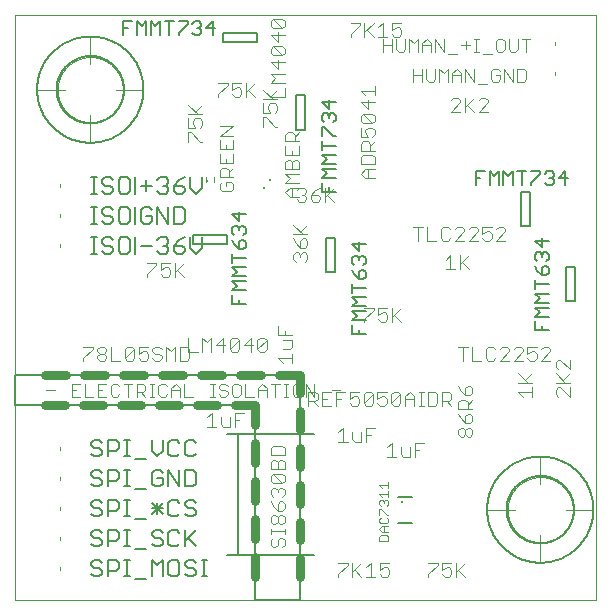
<source format=gto>
G75*
%MOIN*%
%OFA0B0*%
%FSLAX25Y25*%
%IPPOS*%
%LPD*%
%AMOC8*
5,1,8,0,0,1.08239X$1,22.5*
%
%ADD10C,0.00000*%
%ADD11C,0.00500*%
%ADD12C,0.03000*%
%ADD13C,0.00400*%
%ADD14R,0.00886X0.00984*%
%ADD15C,0.00984*%
%ADD16R,0.00787X0.00787*%
%ADD17C,0.00600*%
%ADD18C,0.00800*%
%ADD19C,0.01181*%
%ADD20C,0.00300*%
%ADD21C,0.00200*%
D10*
X0003450Y0001250D02*
X0003450Y0196211D01*
X0197151Y0196211D01*
X0197151Y0001250D01*
X0003450Y0001250D01*
X0018350Y0011250D02*
X0018350Y0011317D01*
X0018350Y0011342D02*
X0018350Y0011392D01*
X0018367Y0011409D01*
X0018400Y0011409D01*
X0018417Y0011392D01*
X0018417Y0011342D01*
X0018450Y0011342D02*
X0018350Y0011342D01*
X0018350Y0011283D02*
X0018450Y0011283D01*
X0018450Y0011434D02*
X0018350Y0011434D01*
X0018350Y0011484D01*
X0018367Y0011501D01*
X0018400Y0011501D01*
X0018417Y0011484D01*
X0018417Y0011434D01*
X0018400Y0011526D02*
X0018400Y0011593D01*
X0018383Y0011593D02*
X0018450Y0011593D01*
X0018450Y0011618D02*
X0018450Y0011668D01*
X0018433Y0011685D01*
X0018367Y0011685D01*
X0018350Y0011668D01*
X0018350Y0011618D01*
X0018450Y0011618D01*
X0018383Y0011593D02*
X0018350Y0011560D01*
X0018383Y0011526D01*
X0018450Y0011526D01*
X0018450Y0011710D02*
X0018450Y0011777D01*
X0018450Y0011744D02*
X0018350Y0011744D01*
X0018383Y0011710D01*
X0018400Y0011802D02*
X0018400Y0011869D01*
X0018383Y0011895D02*
X0018350Y0011928D01*
X0018450Y0011928D01*
X0018450Y0011895D02*
X0018450Y0011961D01*
X0018433Y0011987D02*
X0018450Y0012003D01*
X0018450Y0012037D01*
X0018433Y0012053D01*
X0018417Y0012053D01*
X0018400Y0012037D01*
X0018400Y0012020D01*
X0018400Y0012037D02*
X0018383Y0012053D01*
X0018367Y0012053D01*
X0018350Y0012037D01*
X0018350Y0012003D01*
X0018367Y0011987D01*
X0018367Y0012079D02*
X0018400Y0012112D01*
X0018450Y0012112D01*
X0018400Y0012112D02*
X0018367Y0012145D01*
X0018350Y0012145D01*
X0018350Y0012079D02*
X0018367Y0012079D01*
X0018350Y0021250D02*
X0018350Y0021317D01*
X0018350Y0021342D02*
X0018350Y0021392D01*
X0018367Y0021409D01*
X0018400Y0021409D01*
X0018417Y0021392D01*
X0018417Y0021342D01*
X0018450Y0021342D02*
X0018350Y0021342D01*
X0018350Y0021283D02*
X0018450Y0021283D01*
X0018450Y0021434D02*
X0018350Y0021434D01*
X0018350Y0021484D01*
X0018367Y0021501D01*
X0018400Y0021501D01*
X0018417Y0021484D01*
X0018417Y0021434D01*
X0018400Y0021526D02*
X0018400Y0021593D01*
X0018383Y0021593D02*
X0018450Y0021593D01*
X0018450Y0021618D02*
X0018450Y0021668D01*
X0018433Y0021685D01*
X0018367Y0021685D01*
X0018350Y0021668D01*
X0018350Y0021618D01*
X0018450Y0021618D01*
X0018383Y0021593D02*
X0018350Y0021560D01*
X0018383Y0021526D01*
X0018450Y0021526D01*
X0018450Y0021710D02*
X0018450Y0021777D01*
X0018450Y0021744D02*
X0018350Y0021744D01*
X0018383Y0021710D01*
X0018400Y0021802D02*
X0018400Y0021869D01*
X0018383Y0021895D02*
X0018350Y0021928D01*
X0018450Y0021928D01*
X0018450Y0021895D02*
X0018450Y0021961D01*
X0018433Y0021987D02*
X0018450Y0022003D01*
X0018450Y0022037D01*
X0018433Y0022053D01*
X0018417Y0022053D01*
X0018400Y0022037D01*
X0018400Y0022020D01*
X0018400Y0022037D02*
X0018383Y0022053D01*
X0018367Y0022053D01*
X0018350Y0022037D01*
X0018350Y0022003D01*
X0018367Y0021987D01*
X0018367Y0022079D02*
X0018400Y0022112D01*
X0018450Y0022112D01*
X0018400Y0022112D02*
X0018367Y0022145D01*
X0018350Y0022145D01*
X0018350Y0022079D02*
X0018367Y0022079D01*
X0018350Y0031250D02*
X0018350Y0031317D01*
X0018350Y0031342D02*
X0018350Y0031392D01*
X0018367Y0031409D01*
X0018400Y0031409D01*
X0018417Y0031392D01*
X0018417Y0031342D01*
X0018450Y0031342D02*
X0018350Y0031342D01*
X0018350Y0031283D02*
X0018450Y0031283D01*
X0018450Y0031434D02*
X0018350Y0031434D01*
X0018350Y0031484D01*
X0018367Y0031501D01*
X0018400Y0031501D01*
X0018417Y0031484D01*
X0018417Y0031434D01*
X0018400Y0031526D02*
X0018400Y0031593D01*
X0018383Y0031593D02*
X0018450Y0031593D01*
X0018450Y0031618D02*
X0018450Y0031668D01*
X0018433Y0031685D01*
X0018367Y0031685D01*
X0018350Y0031668D01*
X0018350Y0031618D01*
X0018450Y0031618D01*
X0018383Y0031593D02*
X0018350Y0031560D01*
X0018383Y0031526D01*
X0018450Y0031526D01*
X0018450Y0031710D02*
X0018450Y0031777D01*
X0018450Y0031744D02*
X0018350Y0031744D01*
X0018383Y0031710D01*
X0018400Y0031802D02*
X0018400Y0031869D01*
X0018383Y0031895D02*
X0018350Y0031928D01*
X0018450Y0031928D01*
X0018450Y0031895D02*
X0018450Y0031961D01*
X0018433Y0031987D02*
X0018450Y0032003D01*
X0018450Y0032037D01*
X0018433Y0032053D01*
X0018417Y0032053D01*
X0018400Y0032037D01*
X0018400Y0032020D01*
X0018400Y0032037D02*
X0018383Y0032053D01*
X0018367Y0032053D01*
X0018350Y0032037D01*
X0018350Y0032003D01*
X0018367Y0031987D01*
X0018367Y0032079D02*
X0018400Y0032112D01*
X0018450Y0032112D01*
X0018400Y0032112D02*
X0018367Y0032145D01*
X0018350Y0032145D01*
X0018350Y0032079D02*
X0018367Y0032079D01*
X0018350Y0041250D02*
X0018350Y0041317D01*
X0018350Y0041342D02*
X0018350Y0041392D01*
X0018367Y0041409D01*
X0018400Y0041409D01*
X0018417Y0041392D01*
X0018417Y0041342D01*
X0018450Y0041342D02*
X0018350Y0041342D01*
X0018350Y0041283D02*
X0018450Y0041283D01*
X0018450Y0041434D02*
X0018350Y0041434D01*
X0018350Y0041484D01*
X0018367Y0041501D01*
X0018400Y0041501D01*
X0018417Y0041484D01*
X0018417Y0041434D01*
X0018400Y0041526D02*
X0018400Y0041593D01*
X0018383Y0041593D02*
X0018450Y0041593D01*
X0018450Y0041618D02*
X0018450Y0041668D01*
X0018433Y0041685D01*
X0018367Y0041685D01*
X0018350Y0041668D01*
X0018350Y0041618D01*
X0018450Y0041618D01*
X0018383Y0041593D02*
X0018350Y0041560D01*
X0018383Y0041526D01*
X0018450Y0041526D01*
X0018450Y0041710D02*
X0018450Y0041777D01*
X0018450Y0041744D02*
X0018350Y0041744D01*
X0018383Y0041710D01*
X0018400Y0041802D02*
X0018400Y0041869D01*
X0018383Y0041895D02*
X0018350Y0041928D01*
X0018450Y0041928D01*
X0018450Y0041895D02*
X0018450Y0041961D01*
X0018433Y0041987D02*
X0018450Y0042003D01*
X0018450Y0042037D01*
X0018433Y0042053D01*
X0018417Y0042053D01*
X0018400Y0042037D01*
X0018400Y0042020D01*
X0018400Y0042037D02*
X0018383Y0042053D01*
X0018367Y0042053D01*
X0018350Y0042037D01*
X0018350Y0042003D01*
X0018367Y0041987D01*
X0018367Y0042079D02*
X0018400Y0042112D01*
X0018450Y0042112D01*
X0018400Y0042112D02*
X0018367Y0042145D01*
X0018350Y0042145D01*
X0018350Y0042079D02*
X0018367Y0042079D01*
X0018350Y0051250D02*
X0018350Y0051317D01*
X0018350Y0051342D02*
X0018350Y0051392D01*
X0018367Y0051409D01*
X0018400Y0051409D01*
X0018417Y0051392D01*
X0018417Y0051342D01*
X0018450Y0051342D02*
X0018350Y0051342D01*
X0018350Y0051283D02*
X0018450Y0051283D01*
X0018450Y0051434D02*
X0018350Y0051434D01*
X0018350Y0051484D01*
X0018367Y0051501D01*
X0018400Y0051501D01*
X0018417Y0051484D01*
X0018417Y0051434D01*
X0018400Y0051526D02*
X0018400Y0051593D01*
X0018383Y0051593D02*
X0018450Y0051593D01*
X0018450Y0051618D02*
X0018450Y0051668D01*
X0018433Y0051685D01*
X0018367Y0051685D01*
X0018350Y0051668D01*
X0018350Y0051618D01*
X0018450Y0051618D01*
X0018383Y0051593D02*
X0018350Y0051560D01*
X0018383Y0051526D01*
X0018450Y0051526D01*
X0018450Y0051710D02*
X0018450Y0051777D01*
X0018450Y0051744D02*
X0018350Y0051744D01*
X0018383Y0051710D01*
X0018400Y0051802D02*
X0018400Y0051869D01*
X0018383Y0051895D02*
X0018350Y0051928D01*
X0018450Y0051928D01*
X0018450Y0051895D02*
X0018450Y0051961D01*
X0018433Y0051987D02*
X0018450Y0052003D01*
X0018450Y0052037D01*
X0018433Y0052053D01*
X0018417Y0052053D01*
X0018400Y0052037D01*
X0018400Y0052020D01*
X0018400Y0052037D02*
X0018383Y0052053D01*
X0018367Y0052053D01*
X0018350Y0052037D01*
X0018350Y0052003D01*
X0018367Y0051987D01*
X0018367Y0052079D02*
X0018400Y0052112D01*
X0018450Y0052112D01*
X0018400Y0052112D02*
X0018367Y0052145D01*
X0018350Y0052145D01*
X0018350Y0052079D02*
X0018367Y0052079D01*
X0018350Y0118750D02*
X0018350Y0118817D01*
X0018350Y0118842D02*
X0018350Y0118892D01*
X0018367Y0118909D01*
X0018400Y0118909D01*
X0018417Y0118892D01*
X0018417Y0118842D01*
X0018450Y0118842D02*
X0018350Y0118842D01*
X0018350Y0118783D02*
X0018450Y0118783D01*
X0018450Y0118934D02*
X0018350Y0118934D01*
X0018350Y0118984D01*
X0018367Y0119001D01*
X0018400Y0119001D01*
X0018417Y0118984D01*
X0018417Y0118934D01*
X0018400Y0119026D02*
X0018400Y0119093D01*
X0018383Y0119093D02*
X0018450Y0119093D01*
X0018450Y0119118D02*
X0018450Y0119168D01*
X0018433Y0119185D01*
X0018367Y0119185D01*
X0018350Y0119168D01*
X0018350Y0119118D01*
X0018450Y0119118D01*
X0018383Y0119093D02*
X0018350Y0119060D01*
X0018383Y0119026D01*
X0018450Y0119026D01*
X0018450Y0119210D02*
X0018450Y0119277D01*
X0018450Y0119244D02*
X0018350Y0119244D01*
X0018383Y0119210D01*
X0018400Y0119302D02*
X0018400Y0119369D01*
X0018383Y0119395D02*
X0018350Y0119428D01*
X0018450Y0119428D01*
X0018450Y0119395D02*
X0018450Y0119461D01*
X0018433Y0119487D02*
X0018450Y0119503D01*
X0018450Y0119537D01*
X0018433Y0119553D01*
X0018417Y0119553D01*
X0018400Y0119537D01*
X0018400Y0119520D01*
X0018400Y0119537D02*
X0018383Y0119553D01*
X0018367Y0119553D01*
X0018350Y0119537D01*
X0018350Y0119503D01*
X0018367Y0119487D01*
X0018367Y0119579D02*
X0018400Y0119612D01*
X0018450Y0119612D01*
X0018400Y0119612D02*
X0018367Y0119645D01*
X0018350Y0119645D01*
X0018350Y0119579D02*
X0018367Y0119579D01*
X0018350Y0128750D02*
X0018350Y0128817D01*
X0018350Y0128842D02*
X0018350Y0128892D01*
X0018367Y0128909D01*
X0018400Y0128909D01*
X0018417Y0128892D01*
X0018417Y0128842D01*
X0018450Y0128842D02*
X0018350Y0128842D01*
X0018350Y0128783D02*
X0018450Y0128783D01*
X0018450Y0128934D02*
X0018350Y0128934D01*
X0018350Y0128984D01*
X0018367Y0129001D01*
X0018400Y0129001D01*
X0018417Y0128984D01*
X0018417Y0128934D01*
X0018400Y0129026D02*
X0018400Y0129093D01*
X0018383Y0129093D02*
X0018450Y0129093D01*
X0018450Y0129118D02*
X0018450Y0129168D01*
X0018433Y0129185D01*
X0018367Y0129185D01*
X0018350Y0129168D01*
X0018350Y0129118D01*
X0018450Y0129118D01*
X0018383Y0129093D02*
X0018350Y0129060D01*
X0018383Y0129026D01*
X0018450Y0129026D01*
X0018450Y0129210D02*
X0018450Y0129277D01*
X0018450Y0129244D02*
X0018350Y0129244D01*
X0018383Y0129210D01*
X0018400Y0129302D02*
X0018400Y0129369D01*
X0018383Y0129395D02*
X0018350Y0129428D01*
X0018450Y0129428D01*
X0018450Y0129395D02*
X0018450Y0129461D01*
X0018433Y0129487D02*
X0018450Y0129503D01*
X0018450Y0129537D01*
X0018433Y0129553D01*
X0018417Y0129553D01*
X0018400Y0129537D01*
X0018400Y0129520D01*
X0018400Y0129537D02*
X0018383Y0129553D01*
X0018367Y0129553D01*
X0018350Y0129537D01*
X0018350Y0129503D01*
X0018367Y0129487D01*
X0018367Y0129579D02*
X0018400Y0129612D01*
X0018450Y0129612D01*
X0018400Y0129612D02*
X0018367Y0129645D01*
X0018350Y0129645D01*
X0018350Y0129579D02*
X0018367Y0129579D01*
X0018350Y0138750D02*
X0018350Y0138817D01*
X0018350Y0138842D02*
X0018350Y0138892D01*
X0018367Y0138909D01*
X0018400Y0138909D01*
X0018417Y0138892D01*
X0018417Y0138842D01*
X0018450Y0138842D02*
X0018350Y0138842D01*
X0018350Y0138783D02*
X0018450Y0138783D01*
X0018450Y0138934D02*
X0018350Y0138934D01*
X0018350Y0138984D01*
X0018367Y0139001D01*
X0018400Y0139001D01*
X0018417Y0138984D01*
X0018417Y0138934D01*
X0018400Y0139026D02*
X0018400Y0139093D01*
X0018383Y0139093D02*
X0018450Y0139093D01*
X0018450Y0139118D02*
X0018450Y0139168D01*
X0018433Y0139185D01*
X0018367Y0139185D01*
X0018350Y0139168D01*
X0018350Y0139118D01*
X0018450Y0139118D01*
X0018383Y0139093D02*
X0018350Y0139060D01*
X0018383Y0139026D01*
X0018450Y0139026D01*
X0018450Y0139210D02*
X0018450Y0139277D01*
X0018450Y0139244D02*
X0018350Y0139244D01*
X0018383Y0139210D01*
X0018400Y0139302D02*
X0018400Y0139369D01*
X0018383Y0139395D02*
X0018350Y0139428D01*
X0018450Y0139428D01*
X0018450Y0139395D02*
X0018450Y0139461D01*
X0018433Y0139487D02*
X0018450Y0139503D01*
X0018450Y0139537D01*
X0018433Y0139553D01*
X0018417Y0139553D01*
X0018400Y0139537D01*
X0018400Y0139520D01*
X0018400Y0139537D02*
X0018383Y0139553D01*
X0018367Y0139553D01*
X0018350Y0139537D01*
X0018350Y0139503D01*
X0018367Y0139487D01*
X0018367Y0139579D02*
X0018400Y0139612D01*
X0018450Y0139612D01*
X0018400Y0139612D02*
X0018367Y0139645D01*
X0018350Y0139645D01*
X0018350Y0139579D02*
X0018367Y0139579D01*
X0017623Y0171250D02*
X0017626Y0171516D01*
X0017636Y0171781D01*
X0017652Y0172046D01*
X0017675Y0172311D01*
X0017704Y0172575D01*
X0017740Y0172839D01*
X0017782Y0173101D01*
X0017831Y0173362D01*
X0017886Y0173622D01*
X0017947Y0173881D01*
X0018015Y0174138D01*
X0018089Y0174393D01*
X0018169Y0174646D01*
X0018256Y0174898D01*
X0018348Y0175147D01*
X0018447Y0175393D01*
X0018552Y0175638D01*
X0018663Y0175879D01*
X0018779Y0176118D01*
X0018901Y0176354D01*
X0019030Y0176587D01*
X0019163Y0176816D01*
X0019303Y0177042D01*
X0019448Y0177265D01*
X0019598Y0177484D01*
X0019754Y0177700D01*
X0019915Y0177911D01*
X0020081Y0178119D01*
X0020252Y0178322D01*
X0020428Y0178521D01*
X0020609Y0178716D01*
X0020794Y0178906D01*
X0020984Y0179091D01*
X0021179Y0179272D01*
X0021378Y0179448D01*
X0021581Y0179619D01*
X0021789Y0179785D01*
X0022000Y0179946D01*
X0022216Y0180102D01*
X0022435Y0180252D01*
X0022658Y0180397D01*
X0022884Y0180537D01*
X0023113Y0180670D01*
X0023346Y0180799D01*
X0023582Y0180921D01*
X0023821Y0181037D01*
X0024062Y0181148D01*
X0024307Y0181253D01*
X0024553Y0181352D01*
X0024802Y0181444D01*
X0025054Y0181531D01*
X0025307Y0181611D01*
X0025562Y0181685D01*
X0025819Y0181753D01*
X0026078Y0181814D01*
X0026338Y0181869D01*
X0026599Y0181918D01*
X0026861Y0181960D01*
X0027125Y0181996D01*
X0027389Y0182025D01*
X0027654Y0182048D01*
X0027919Y0182064D01*
X0028184Y0182074D01*
X0028450Y0182077D01*
X0028716Y0182074D01*
X0028981Y0182064D01*
X0029246Y0182048D01*
X0029511Y0182025D01*
X0029775Y0181996D01*
X0030039Y0181960D01*
X0030301Y0181918D01*
X0030562Y0181869D01*
X0030822Y0181814D01*
X0031081Y0181753D01*
X0031338Y0181685D01*
X0031593Y0181611D01*
X0031846Y0181531D01*
X0032098Y0181444D01*
X0032347Y0181352D01*
X0032593Y0181253D01*
X0032838Y0181148D01*
X0033079Y0181037D01*
X0033318Y0180921D01*
X0033554Y0180799D01*
X0033787Y0180670D01*
X0034016Y0180537D01*
X0034242Y0180397D01*
X0034465Y0180252D01*
X0034684Y0180102D01*
X0034900Y0179946D01*
X0035111Y0179785D01*
X0035319Y0179619D01*
X0035522Y0179448D01*
X0035721Y0179272D01*
X0035916Y0179091D01*
X0036106Y0178906D01*
X0036291Y0178716D01*
X0036472Y0178521D01*
X0036648Y0178322D01*
X0036819Y0178119D01*
X0036985Y0177911D01*
X0037146Y0177700D01*
X0037302Y0177484D01*
X0037452Y0177265D01*
X0037597Y0177042D01*
X0037737Y0176816D01*
X0037870Y0176587D01*
X0037999Y0176354D01*
X0038121Y0176118D01*
X0038237Y0175879D01*
X0038348Y0175638D01*
X0038453Y0175393D01*
X0038552Y0175147D01*
X0038644Y0174898D01*
X0038731Y0174646D01*
X0038811Y0174393D01*
X0038885Y0174138D01*
X0038953Y0173881D01*
X0039014Y0173622D01*
X0039069Y0173362D01*
X0039118Y0173101D01*
X0039160Y0172839D01*
X0039196Y0172575D01*
X0039225Y0172311D01*
X0039248Y0172046D01*
X0039264Y0171781D01*
X0039274Y0171516D01*
X0039277Y0171250D01*
X0039274Y0170984D01*
X0039264Y0170719D01*
X0039248Y0170454D01*
X0039225Y0170189D01*
X0039196Y0169925D01*
X0039160Y0169661D01*
X0039118Y0169399D01*
X0039069Y0169138D01*
X0039014Y0168878D01*
X0038953Y0168619D01*
X0038885Y0168362D01*
X0038811Y0168107D01*
X0038731Y0167854D01*
X0038644Y0167602D01*
X0038552Y0167353D01*
X0038453Y0167107D01*
X0038348Y0166862D01*
X0038237Y0166621D01*
X0038121Y0166382D01*
X0037999Y0166146D01*
X0037870Y0165913D01*
X0037737Y0165684D01*
X0037597Y0165458D01*
X0037452Y0165235D01*
X0037302Y0165016D01*
X0037146Y0164800D01*
X0036985Y0164589D01*
X0036819Y0164381D01*
X0036648Y0164178D01*
X0036472Y0163979D01*
X0036291Y0163784D01*
X0036106Y0163594D01*
X0035916Y0163409D01*
X0035721Y0163228D01*
X0035522Y0163052D01*
X0035319Y0162881D01*
X0035111Y0162715D01*
X0034900Y0162554D01*
X0034684Y0162398D01*
X0034465Y0162248D01*
X0034242Y0162103D01*
X0034016Y0161963D01*
X0033787Y0161830D01*
X0033554Y0161701D01*
X0033318Y0161579D01*
X0033079Y0161463D01*
X0032838Y0161352D01*
X0032593Y0161247D01*
X0032347Y0161148D01*
X0032098Y0161056D01*
X0031846Y0160969D01*
X0031593Y0160889D01*
X0031338Y0160815D01*
X0031081Y0160747D01*
X0030822Y0160686D01*
X0030562Y0160631D01*
X0030301Y0160582D01*
X0030039Y0160540D01*
X0029775Y0160504D01*
X0029511Y0160475D01*
X0029246Y0160452D01*
X0028981Y0160436D01*
X0028716Y0160426D01*
X0028450Y0160423D01*
X0028184Y0160426D01*
X0027919Y0160436D01*
X0027654Y0160452D01*
X0027389Y0160475D01*
X0027125Y0160504D01*
X0026861Y0160540D01*
X0026599Y0160582D01*
X0026338Y0160631D01*
X0026078Y0160686D01*
X0025819Y0160747D01*
X0025562Y0160815D01*
X0025307Y0160889D01*
X0025054Y0160969D01*
X0024802Y0161056D01*
X0024553Y0161148D01*
X0024307Y0161247D01*
X0024062Y0161352D01*
X0023821Y0161463D01*
X0023582Y0161579D01*
X0023346Y0161701D01*
X0023113Y0161830D01*
X0022884Y0161963D01*
X0022658Y0162103D01*
X0022435Y0162248D01*
X0022216Y0162398D01*
X0022000Y0162554D01*
X0021789Y0162715D01*
X0021581Y0162881D01*
X0021378Y0163052D01*
X0021179Y0163228D01*
X0020984Y0163409D01*
X0020794Y0163594D01*
X0020609Y0163784D01*
X0020428Y0163979D01*
X0020252Y0164178D01*
X0020081Y0164381D01*
X0019915Y0164589D01*
X0019754Y0164800D01*
X0019598Y0165016D01*
X0019448Y0165235D01*
X0019303Y0165458D01*
X0019163Y0165684D01*
X0019030Y0165913D01*
X0018901Y0166146D01*
X0018779Y0166382D01*
X0018663Y0166621D01*
X0018552Y0166862D01*
X0018447Y0167107D01*
X0018348Y0167353D01*
X0018256Y0167602D01*
X0018169Y0167854D01*
X0018089Y0168107D01*
X0018015Y0168362D01*
X0017947Y0168619D01*
X0017886Y0168878D01*
X0017831Y0169138D01*
X0017782Y0169399D01*
X0017740Y0169661D01*
X0017704Y0169925D01*
X0017675Y0170189D01*
X0017652Y0170454D01*
X0017636Y0170719D01*
X0017626Y0170984D01*
X0017623Y0171250D01*
X0167623Y0031250D02*
X0167626Y0031516D01*
X0167636Y0031781D01*
X0167652Y0032046D01*
X0167675Y0032311D01*
X0167704Y0032575D01*
X0167740Y0032839D01*
X0167782Y0033101D01*
X0167831Y0033362D01*
X0167886Y0033622D01*
X0167947Y0033881D01*
X0168015Y0034138D01*
X0168089Y0034393D01*
X0168169Y0034646D01*
X0168256Y0034898D01*
X0168348Y0035147D01*
X0168447Y0035393D01*
X0168552Y0035638D01*
X0168663Y0035879D01*
X0168779Y0036118D01*
X0168901Y0036354D01*
X0169030Y0036587D01*
X0169163Y0036816D01*
X0169303Y0037042D01*
X0169448Y0037265D01*
X0169598Y0037484D01*
X0169754Y0037700D01*
X0169915Y0037911D01*
X0170081Y0038119D01*
X0170252Y0038322D01*
X0170428Y0038521D01*
X0170609Y0038716D01*
X0170794Y0038906D01*
X0170984Y0039091D01*
X0171179Y0039272D01*
X0171378Y0039448D01*
X0171581Y0039619D01*
X0171789Y0039785D01*
X0172000Y0039946D01*
X0172216Y0040102D01*
X0172435Y0040252D01*
X0172658Y0040397D01*
X0172884Y0040537D01*
X0173113Y0040670D01*
X0173346Y0040799D01*
X0173582Y0040921D01*
X0173821Y0041037D01*
X0174062Y0041148D01*
X0174307Y0041253D01*
X0174553Y0041352D01*
X0174802Y0041444D01*
X0175054Y0041531D01*
X0175307Y0041611D01*
X0175562Y0041685D01*
X0175819Y0041753D01*
X0176078Y0041814D01*
X0176338Y0041869D01*
X0176599Y0041918D01*
X0176861Y0041960D01*
X0177125Y0041996D01*
X0177389Y0042025D01*
X0177654Y0042048D01*
X0177919Y0042064D01*
X0178184Y0042074D01*
X0178450Y0042077D01*
X0178716Y0042074D01*
X0178981Y0042064D01*
X0179246Y0042048D01*
X0179511Y0042025D01*
X0179775Y0041996D01*
X0180039Y0041960D01*
X0180301Y0041918D01*
X0180562Y0041869D01*
X0180822Y0041814D01*
X0181081Y0041753D01*
X0181338Y0041685D01*
X0181593Y0041611D01*
X0181846Y0041531D01*
X0182098Y0041444D01*
X0182347Y0041352D01*
X0182593Y0041253D01*
X0182838Y0041148D01*
X0183079Y0041037D01*
X0183318Y0040921D01*
X0183554Y0040799D01*
X0183787Y0040670D01*
X0184016Y0040537D01*
X0184242Y0040397D01*
X0184465Y0040252D01*
X0184684Y0040102D01*
X0184900Y0039946D01*
X0185111Y0039785D01*
X0185319Y0039619D01*
X0185522Y0039448D01*
X0185721Y0039272D01*
X0185916Y0039091D01*
X0186106Y0038906D01*
X0186291Y0038716D01*
X0186472Y0038521D01*
X0186648Y0038322D01*
X0186819Y0038119D01*
X0186985Y0037911D01*
X0187146Y0037700D01*
X0187302Y0037484D01*
X0187452Y0037265D01*
X0187597Y0037042D01*
X0187737Y0036816D01*
X0187870Y0036587D01*
X0187999Y0036354D01*
X0188121Y0036118D01*
X0188237Y0035879D01*
X0188348Y0035638D01*
X0188453Y0035393D01*
X0188552Y0035147D01*
X0188644Y0034898D01*
X0188731Y0034646D01*
X0188811Y0034393D01*
X0188885Y0034138D01*
X0188953Y0033881D01*
X0189014Y0033622D01*
X0189069Y0033362D01*
X0189118Y0033101D01*
X0189160Y0032839D01*
X0189196Y0032575D01*
X0189225Y0032311D01*
X0189248Y0032046D01*
X0189264Y0031781D01*
X0189274Y0031516D01*
X0189277Y0031250D01*
X0189274Y0030984D01*
X0189264Y0030719D01*
X0189248Y0030454D01*
X0189225Y0030189D01*
X0189196Y0029925D01*
X0189160Y0029661D01*
X0189118Y0029399D01*
X0189069Y0029138D01*
X0189014Y0028878D01*
X0188953Y0028619D01*
X0188885Y0028362D01*
X0188811Y0028107D01*
X0188731Y0027854D01*
X0188644Y0027602D01*
X0188552Y0027353D01*
X0188453Y0027107D01*
X0188348Y0026862D01*
X0188237Y0026621D01*
X0188121Y0026382D01*
X0187999Y0026146D01*
X0187870Y0025913D01*
X0187737Y0025684D01*
X0187597Y0025458D01*
X0187452Y0025235D01*
X0187302Y0025016D01*
X0187146Y0024800D01*
X0186985Y0024589D01*
X0186819Y0024381D01*
X0186648Y0024178D01*
X0186472Y0023979D01*
X0186291Y0023784D01*
X0186106Y0023594D01*
X0185916Y0023409D01*
X0185721Y0023228D01*
X0185522Y0023052D01*
X0185319Y0022881D01*
X0185111Y0022715D01*
X0184900Y0022554D01*
X0184684Y0022398D01*
X0184465Y0022248D01*
X0184242Y0022103D01*
X0184016Y0021963D01*
X0183787Y0021830D01*
X0183554Y0021701D01*
X0183318Y0021579D01*
X0183079Y0021463D01*
X0182838Y0021352D01*
X0182593Y0021247D01*
X0182347Y0021148D01*
X0182098Y0021056D01*
X0181846Y0020969D01*
X0181593Y0020889D01*
X0181338Y0020815D01*
X0181081Y0020747D01*
X0180822Y0020686D01*
X0180562Y0020631D01*
X0180301Y0020582D01*
X0180039Y0020540D01*
X0179775Y0020504D01*
X0179511Y0020475D01*
X0179246Y0020452D01*
X0178981Y0020436D01*
X0178716Y0020426D01*
X0178450Y0020423D01*
X0178184Y0020426D01*
X0177919Y0020436D01*
X0177654Y0020452D01*
X0177389Y0020475D01*
X0177125Y0020504D01*
X0176861Y0020540D01*
X0176599Y0020582D01*
X0176338Y0020631D01*
X0176078Y0020686D01*
X0175819Y0020747D01*
X0175562Y0020815D01*
X0175307Y0020889D01*
X0175054Y0020969D01*
X0174802Y0021056D01*
X0174553Y0021148D01*
X0174307Y0021247D01*
X0174062Y0021352D01*
X0173821Y0021463D01*
X0173582Y0021579D01*
X0173346Y0021701D01*
X0173113Y0021830D01*
X0172884Y0021963D01*
X0172658Y0022103D01*
X0172435Y0022248D01*
X0172216Y0022398D01*
X0172000Y0022554D01*
X0171789Y0022715D01*
X0171581Y0022881D01*
X0171378Y0023052D01*
X0171179Y0023228D01*
X0170984Y0023409D01*
X0170794Y0023594D01*
X0170609Y0023784D01*
X0170428Y0023979D01*
X0170252Y0024178D01*
X0170081Y0024381D01*
X0169915Y0024589D01*
X0169754Y0024800D01*
X0169598Y0025016D01*
X0169448Y0025235D01*
X0169303Y0025458D01*
X0169163Y0025684D01*
X0169030Y0025913D01*
X0168901Y0026146D01*
X0168779Y0026382D01*
X0168663Y0026621D01*
X0168552Y0026862D01*
X0168447Y0027107D01*
X0168348Y0027353D01*
X0168256Y0027602D01*
X0168169Y0027854D01*
X0168089Y0028107D01*
X0168015Y0028362D01*
X0167947Y0028619D01*
X0167886Y0028878D01*
X0167831Y0029138D01*
X0167782Y0029399D01*
X0167740Y0029661D01*
X0167704Y0029925D01*
X0167675Y0030189D01*
X0167652Y0030454D01*
X0167636Y0030719D01*
X0167626Y0030984D01*
X0167623Y0031250D01*
X0183350Y0176250D02*
X0183350Y0176317D01*
X0183350Y0176342D02*
X0183350Y0176392D01*
X0183367Y0176409D01*
X0183400Y0176409D01*
X0183417Y0176392D01*
X0183417Y0176342D01*
X0183450Y0176342D02*
X0183350Y0176342D01*
X0183350Y0176283D02*
X0183450Y0176283D01*
X0183450Y0176434D02*
X0183350Y0176434D01*
X0183350Y0176484D01*
X0183367Y0176501D01*
X0183400Y0176501D01*
X0183417Y0176484D01*
X0183417Y0176434D01*
X0183400Y0176526D02*
X0183400Y0176593D01*
X0183383Y0176593D02*
X0183450Y0176593D01*
X0183450Y0176618D02*
X0183450Y0176668D01*
X0183433Y0176685D01*
X0183367Y0176685D01*
X0183350Y0176668D01*
X0183350Y0176618D01*
X0183450Y0176618D01*
X0183383Y0176593D02*
X0183350Y0176560D01*
X0183383Y0176526D01*
X0183450Y0176526D01*
X0183450Y0176710D02*
X0183450Y0176777D01*
X0183450Y0176744D02*
X0183350Y0176744D01*
X0183383Y0176710D01*
X0183400Y0176802D02*
X0183400Y0176869D01*
X0183383Y0176895D02*
X0183350Y0176928D01*
X0183450Y0176928D01*
X0183450Y0176895D02*
X0183450Y0176961D01*
X0183433Y0176987D02*
X0183450Y0177003D01*
X0183450Y0177037D01*
X0183433Y0177053D01*
X0183417Y0177053D01*
X0183400Y0177037D01*
X0183400Y0177020D01*
X0183400Y0177037D02*
X0183383Y0177053D01*
X0183367Y0177053D01*
X0183350Y0177037D01*
X0183350Y0177003D01*
X0183367Y0176987D01*
X0183367Y0177079D02*
X0183400Y0177112D01*
X0183450Y0177112D01*
X0183400Y0177112D02*
X0183367Y0177145D01*
X0183350Y0177145D01*
X0183350Y0177079D02*
X0183367Y0177079D01*
X0183350Y0186250D02*
X0183350Y0186317D01*
X0183350Y0186342D02*
X0183350Y0186392D01*
X0183367Y0186409D01*
X0183400Y0186409D01*
X0183417Y0186392D01*
X0183417Y0186342D01*
X0183450Y0186342D02*
X0183350Y0186342D01*
X0183350Y0186283D02*
X0183450Y0186283D01*
X0183450Y0186434D02*
X0183350Y0186434D01*
X0183350Y0186484D01*
X0183367Y0186501D01*
X0183400Y0186501D01*
X0183417Y0186484D01*
X0183417Y0186434D01*
X0183400Y0186526D02*
X0183400Y0186593D01*
X0183383Y0186593D02*
X0183450Y0186593D01*
X0183450Y0186618D02*
X0183450Y0186668D01*
X0183433Y0186685D01*
X0183367Y0186685D01*
X0183350Y0186668D01*
X0183350Y0186618D01*
X0183450Y0186618D01*
X0183383Y0186593D02*
X0183350Y0186560D01*
X0183383Y0186526D01*
X0183450Y0186526D01*
X0183450Y0186710D02*
X0183450Y0186777D01*
X0183450Y0186744D02*
X0183350Y0186744D01*
X0183383Y0186710D01*
X0183400Y0186802D02*
X0183400Y0186869D01*
X0183383Y0186895D02*
X0183350Y0186928D01*
X0183450Y0186928D01*
X0183450Y0186895D02*
X0183450Y0186961D01*
X0183433Y0186987D02*
X0183450Y0187003D01*
X0183450Y0187037D01*
X0183433Y0187053D01*
X0183417Y0187053D01*
X0183400Y0187037D01*
X0183400Y0187020D01*
X0183400Y0187037D02*
X0183383Y0187053D01*
X0183367Y0187053D01*
X0183350Y0187037D01*
X0183350Y0187003D01*
X0183367Y0186987D01*
X0183367Y0187079D02*
X0183400Y0187112D01*
X0183450Y0187112D01*
X0183400Y0187112D02*
X0183367Y0187145D01*
X0183350Y0187145D01*
X0183350Y0187079D02*
X0183367Y0187079D01*
D11*
X0182244Y0144004D02*
X0180743Y0144004D01*
X0179992Y0143253D01*
X0178391Y0143253D02*
X0175388Y0140251D01*
X0175388Y0139500D01*
X0172286Y0139500D02*
X0172286Y0144004D01*
X0173787Y0144004D02*
X0170784Y0144004D01*
X0169183Y0144004D02*
X0167682Y0142503D01*
X0166180Y0144004D01*
X0166180Y0139500D01*
X0164579Y0139500D02*
X0164579Y0144004D01*
X0163078Y0142503D01*
X0161576Y0144004D01*
X0161576Y0139500D01*
X0158474Y0141752D02*
X0156972Y0141752D01*
X0156972Y0139500D02*
X0156972Y0144004D01*
X0159975Y0144004D01*
X0169183Y0144004D02*
X0169183Y0139500D01*
X0175388Y0144004D02*
X0178391Y0144004D01*
X0178391Y0143253D01*
X0181493Y0141752D02*
X0182244Y0141752D01*
X0182995Y0141001D01*
X0182995Y0140251D01*
X0182244Y0139500D01*
X0180743Y0139500D01*
X0179992Y0140251D01*
X0182244Y0141752D02*
X0182995Y0142503D01*
X0182995Y0143253D01*
X0182244Y0144004D01*
X0184596Y0141752D02*
X0187599Y0141752D01*
X0186848Y0139500D02*
X0186848Y0144004D01*
X0184596Y0141752D01*
X0178948Y0121626D02*
X0178948Y0118624D01*
X0176696Y0120875D01*
X0181200Y0120875D01*
X0180449Y0117022D02*
X0179699Y0117022D01*
X0178948Y0116272D01*
X0178948Y0115521D01*
X0178948Y0116272D02*
X0178197Y0117022D01*
X0177447Y0117022D01*
X0176696Y0116272D01*
X0176696Y0114770D01*
X0177447Y0114020D01*
X0176696Y0112418D02*
X0177447Y0110917D01*
X0178948Y0109416D01*
X0178948Y0111668D01*
X0179699Y0112418D01*
X0180449Y0112418D01*
X0181200Y0111668D01*
X0181200Y0110166D01*
X0180449Y0109416D01*
X0178948Y0109416D01*
X0176696Y0107814D02*
X0176696Y0104812D01*
X0176696Y0106313D02*
X0181200Y0106313D01*
X0181200Y0103210D02*
X0176696Y0103210D01*
X0178197Y0101709D01*
X0176696Y0100208D01*
X0181200Y0100208D01*
X0181200Y0098606D02*
X0176696Y0098606D01*
X0178197Y0097105D01*
X0176696Y0095604D01*
X0181200Y0095604D01*
X0178948Y0092501D02*
X0178948Y0091000D01*
X0176696Y0091000D02*
X0176696Y0094003D01*
X0176696Y0091000D02*
X0181200Y0091000D01*
X0180449Y0114020D02*
X0181200Y0114770D01*
X0181200Y0116272D01*
X0180449Y0117022D01*
X0120200Y0115044D02*
X0120200Y0113543D01*
X0119449Y0112792D01*
X0119449Y0111191D02*
X0118699Y0111191D01*
X0117948Y0110440D01*
X0117948Y0108188D01*
X0119449Y0108188D01*
X0120200Y0108939D01*
X0120200Y0110440D01*
X0119449Y0111191D01*
X0116447Y0109689D02*
X0117948Y0108188D01*
X0116447Y0109689D02*
X0115696Y0111191D01*
X0116447Y0112792D02*
X0115696Y0113543D01*
X0115696Y0115044D01*
X0116447Y0115795D01*
X0117197Y0115795D01*
X0117948Y0115044D01*
X0118699Y0115795D01*
X0119449Y0115795D01*
X0120200Y0115044D01*
X0117948Y0115044D02*
X0117948Y0114293D01*
X0117948Y0117396D02*
X0117948Y0120399D01*
X0115696Y0119648D02*
X0117948Y0117396D01*
X0120200Y0119648D02*
X0115696Y0119648D01*
X0115696Y0106587D02*
X0115696Y0103584D01*
X0115696Y0105086D02*
X0120200Y0105086D01*
X0120200Y0101983D02*
X0115696Y0101983D01*
X0117197Y0100482D01*
X0115696Y0098980D01*
X0120200Y0098980D01*
X0120200Y0097379D02*
X0115696Y0097379D01*
X0117197Y0095878D01*
X0115696Y0094376D01*
X0120200Y0094376D01*
X0117948Y0091274D02*
X0117948Y0089772D01*
X0120200Y0089772D02*
X0115696Y0089772D01*
X0115696Y0092775D01*
X0098450Y0076250D02*
X0098450Y0001250D01*
X0083450Y0001250D01*
X0083450Y0066250D01*
X0003450Y0066250D01*
X0003450Y0076250D01*
X0098450Y0076250D01*
X0080200Y0099772D02*
X0075696Y0099772D01*
X0075696Y0102775D01*
X0075696Y0104376D02*
X0077197Y0105878D01*
X0075696Y0107379D01*
X0080200Y0107379D01*
X0080200Y0108980D02*
X0075696Y0108980D01*
X0077197Y0110482D01*
X0075696Y0111983D01*
X0080200Y0111983D01*
X0080200Y0115086D02*
X0075696Y0115086D01*
X0075696Y0116587D02*
X0075696Y0113584D01*
X0077948Y0118188D02*
X0077948Y0120440D01*
X0078699Y0121191D01*
X0079449Y0121191D01*
X0080200Y0120440D01*
X0080200Y0118939D01*
X0079449Y0118188D01*
X0077948Y0118188D01*
X0076447Y0119689D01*
X0075696Y0121191D01*
X0076447Y0122792D02*
X0075696Y0123543D01*
X0075696Y0125044D01*
X0076447Y0125795D01*
X0077197Y0125795D01*
X0077948Y0125044D01*
X0078699Y0125795D01*
X0079449Y0125795D01*
X0080200Y0125044D01*
X0080200Y0123543D01*
X0079449Y0122792D01*
X0077948Y0124293D02*
X0077948Y0125044D01*
X0077948Y0127396D02*
X0077948Y0130399D01*
X0075696Y0129648D02*
X0077948Y0127396D01*
X0080200Y0129648D02*
X0075696Y0129648D01*
X0065518Y0122005D02*
X0065518Y0118335D01*
X0063683Y0116500D01*
X0061848Y0118335D01*
X0061848Y0122005D01*
X0059993Y0122005D02*
X0058158Y0121087D01*
X0056324Y0119252D01*
X0059076Y0119252D01*
X0059993Y0118335D01*
X0059993Y0117417D01*
X0059076Y0116500D01*
X0057241Y0116500D01*
X0056324Y0117417D01*
X0056324Y0119252D01*
X0054469Y0118335D02*
X0054469Y0117417D01*
X0053551Y0116500D01*
X0051716Y0116500D01*
X0050799Y0117417D01*
X0052634Y0119252D02*
X0053551Y0119252D01*
X0054469Y0118335D01*
X0053551Y0119252D02*
X0054469Y0120170D01*
X0054469Y0121087D01*
X0053551Y0122005D01*
X0051716Y0122005D01*
X0050799Y0121087D01*
X0048944Y0119252D02*
X0045274Y0119252D01*
X0043433Y0122005D02*
X0043433Y0116500D01*
X0041578Y0117417D02*
X0041578Y0121087D01*
X0040660Y0122005D01*
X0038825Y0122005D01*
X0037908Y0121087D01*
X0037908Y0117417D01*
X0038825Y0116500D01*
X0040660Y0116500D01*
X0041578Y0117417D01*
X0036053Y0117417D02*
X0035135Y0116500D01*
X0033301Y0116500D01*
X0032383Y0117417D01*
X0033301Y0119252D02*
X0032383Y0120170D01*
X0032383Y0121087D01*
X0033301Y0122005D01*
X0035135Y0122005D01*
X0036053Y0121087D01*
X0035135Y0119252D02*
X0036053Y0118335D01*
X0036053Y0117417D01*
X0035135Y0119252D02*
X0033301Y0119252D01*
X0030535Y0116500D02*
X0028700Y0116500D01*
X0029617Y0116500D02*
X0029617Y0122005D01*
X0028700Y0122005D02*
X0030535Y0122005D01*
X0030535Y0126500D02*
X0028700Y0126500D01*
X0029617Y0126500D02*
X0029617Y0132005D01*
X0028700Y0132005D02*
X0030535Y0132005D01*
X0032383Y0131087D02*
X0032383Y0130170D01*
X0033301Y0129252D01*
X0035135Y0129252D01*
X0036053Y0128335D01*
X0036053Y0127417D01*
X0035135Y0126500D01*
X0033301Y0126500D01*
X0032383Y0127417D01*
X0032383Y0131087D02*
X0033301Y0132005D01*
X0035135Y0132005D01*
X0036053Y0131087D01*
X0037908Y0131087D02*
X0037908Y0127417D01*
X0038825Y0126500D01*
X0040660Y0126500D01*
X0041578Y0127417D01*
X0041578Y0131087D01*
X0040660Y0132005D01*
X0038825Y0132005D01*
X0037908Y0131087D01*
X0038825Y0136500D02*
X0040660Y0136500D01*
X0041578Y0137417D01*
X0041578Y0141087D01*
X0040660Y0142005D01*
X0038825Y0142005D01*
X0037908Y0141087D01*
X0037908Y0137417D01*
X0038825Y0136500D01*
X0036053Y0137417D02*
X0035135Y0136500D01*
X0033301Y0136500D01*
X0032383Y0137417D01*
X0033301Y0139252D02*
X0032383Y0140170D01*
X0032383Y0141087D01*
X0033301Y0142005D01*
X0035135Y0142005D01*
X0036053Y0141087D01*
X0035135Y0139252D02*
X0036053Y0138335D01*
X0036053Y0137417D01*
X0035135Y0139252D02*
X0033301Y0139252D01*
X0030535Y0136500D02*
X0028700Y0136500D01*
X0029617Y0136500D02*
X0029617Y0142005D01*
X0028700Y0142005D02*
X0030535Y0142005D01*
X0043433Y0142005D02*
X0043433Y0136500D01*
X0045274Y0139252D02*
X0048944Y0139252D01*
X0047109Y0141087D02*
X0047109Y0137417D01*
X0050799Y0137417D02*
X0051716Y0136500D01*
X0053551Y0136500D01*
X0054469Y0137417D01*
X0054469Y0138335D01*
X0053551Y0139252D01*
X0052634Y0139252D01*
X0053551Y0139252D02*
X0054469Y0140170D01*
X0054469Y0141087D01*
X0053551Y0142005D01*
X0051716Y0142005D01*
X0050799Y0141087D01*
X0056324Y0139252D02*
X0056324Y0137417D01*
X0057241Y0136500D01*
X0059076Y0136500D01*
X0059993Y0137417D01*
X0059993Y0138335D01*
X0059076Y0139252D01*
X0056324Y0139252D01*
X0058158Y0141087D01*
X0059993Y0142005D01*
X0061848Y0142005D02*
X0061848Y0138335D01*
X0063683Y0136500D01*
X0065518Y0138335D01*
X0065518Y0142005D01*
X0059076Y0132005D02*
X0056324Y0132005D01*
X0056324Y0126500D01*
X0059076Y0126500D01*
X0059993Y0127417D01*
X0059993Y0131087D01*
X0059076Y0132005D01*
X0054469Y0132005D02*
X0054469Y0126500D01*
X0050799Y0132005D01*
X0050799Y0126500D01*
X0048944Y0127417D02*
X0048944Y0129252D01*
X0047109Y0129252D01*
X0045274Y0127417D02*
X0046192Y0126500D01*
X0048027Y0126500D01*
X0048944Y0127417D01*
X0045274Y0127417D02*
X0045274Y0131087D01*
X0046192Y0132005D01*
X0048027Y0132005D01*
X0048944Y0131087D01*
X0043433Y0132005D02*
X0043433Y0126500D01*
X0075696Y0104376D02*
X0080200Y0104376D01*
X0077948Y0101274D02*
X0077948Y0099772D01*
X0105696Y0137272D02*
X0105696Y0140275D01*
X0105696Y0141876D02*
X0107197Y0143378D01*
X0105696Y0144879D01*
X0110200Y0144879D01*
X0110200Y0146480D02*
X0105696Y0146480D01*
X0107197Y0147982D01*
X0105696Y0149483D01*
X0110200Y0149483D01*
X0110200Y0152586D02*
X0105696Y0152586D01*
X0105696Y0154087D02*
X0105696Y0151084D01*
X0105696Y0155688D02*
X0105696Y0158691D01*
X0106447Y0158691D01*
X0109449Y0155688D01*
X0110200Y0155688D01*
X0109449Y0160292D02*
X0110200Y0161043D01*
X0110200Y0162544D01*
X0109449Y0163295D01*
X0108699Y0163295D01*
X0107948Y0162544D01*
X0107948Y0161793D01*
X0107948Y0162544D02*
X0107197Y0163295D01*
X0106447Y0163295D01*
X0105696Y0162544D01*
X0105696Y0161043D01*
X0106447Y0160292D01*
X0107948Y0164896D02*
X0107948Y0167899D01*
X0105696Y0167148D02*
X0107948Y0164896D01*
X0110200Y0167148D02*
X0105696Y0167148D01*
X0105696Y0141876D02*
X0110200Y0141876D01*
X0107948Y0138774D02*
X0107948Y0137272D01*
X0110200Y0137272D02*
X0105696Y0137272D01*
X0069348Y0189500D02*
X0069348Y0194004D01*
X0067096Y0191752D01*
X0070099Y0191752D01*
X0065495Y0192503D02*
X0064744Y0191752D01*
X0065495Y0191001D01*
X0065495Y0190251D01*
X0064744Y0189500D01*
X0063243Y0189500D01*
X0062492Y0190251D01*
X0063993Y0191752D02*
X0064744Y0191752D01*
X0065495Y0192503D02*
X0065495Y0193253D01*
X0064744Y0194004D01*
X0063243Y0194004D01*
X0062492Y0193253D01*
X0060891Y0193253D02*
X0057888Y0190251D01*
X0057888Y0189500D01*
X0054786Y0189500D02*
X0054786Y0194004D01*
X0056287Y0194004D02*
X0053284Y0194004D01*
X0051683Y0194004D02*
X0050182Y0192503D01*
X0048680Y0194004D01*
X0048680Y0189500D01*
X0047079Y0189500D02*
X0047079Y0194004D01*
X0045578Y0192503D01*
X0044076Y0194004D01*
X0044076Y0189500D01*
X0040974Y0191752D02*
X0039472Y0191752D01*
X0039472Y0189500D02*
X0039472Y0194004D01*
X0042475Y0194004D01*
X0051683Y0194004D02*
X0051683Y0189500D01*
X0057888Y0194004D02*
X0060891Y0194004D01*
X0060891Y0193253D01*
X0060924Y0054505D02*
X0060007Y0053587D01*
X0060007Y0049917D01*
X0060924Y0049000D01*
X0062759Y0049000D01*
X0063677Y0049917D01*
X0063677Y0053587D02*
X0062759Y0054505D01*
X0060924Y0054505D01*
X0058152Y0053587D02*
X0057234Y0054505D01*
X0055399Y0054505D01*
X0054482Y0053587D01*
X0054482Y0049917D01*
X0055399Y0049000D01*
X0057234Y0049000D01*
X0058152Y0049917D01*
X0058152Y0044505D02*
X0058152Y0039000D01*
X0054482Y0044505D01*
X0054482Y0039000D01*
X0052627Y0039917D02*
X0052627Y0041752D01*
X0050792Y0041752D01*
X0048957Y0039917D02*
X0049875Y0039000D01*
X0051710Y0039000D01*
X0052627Y0039917D01*
X0048957Y0039917D02*
X0048957Y0043587D01*
X0049875Y0044505D01*
X0051710Y0044505D01*
X0052627Y0043587D01*
X0050792Y0049000D02*
X0052627Y0050835D01*
X0052627Y0054505D01*
X0048957Y0054505D02*
X0048957Y0050835D01*
X0050792Y0049000D01*
X0047102Y0048083D02*
X0043433Y0048083D01*
X0041584Y0049000D02*
X0039749Y0049000D01*
X0040667Y0049000D02*
X0040667Y0054505D01*
X0041584Y0054505D02*
X0039749Y0054505D01*
X0037895Y0053587D02*
X0037895Y0051752D01*
X0036977Y0050835D01*
X0034225Y0050835D01*
X0034225Y0049000D02*
X0034225Y0054505D01*
X0036977Y0054505D01*
X0037895Y0053587D01*
X0032370Y0053587D02*
X0031452Y0054505D01*
X0029617Y0054505D01*
X0028700Y0053587D01*
X0028700Y0052670D01*
X0029617Y0051752D01*
X0031452Y0051752D01*
X0032370Y0050835D01*
X0032370Y0049917D01*
X0031452Y0049000D01*
X0029617Y0049000D01*
X0028700Y0049917D01*
X0029617Y0044505D02*
X0028700Y0043587D01*
X0028700Y0042670D01*
X0029617Y0041752D01*
X0031452Y0041752D01*
X0032370Y0040835D01*
X0032370Y0039917D01*
X0031452Y0039000D01*
X0029617Y0039000D01*
X0028700Y0039917D01*
X0032370Y0043587D02*
X0031452Y0044505D01*
X0029617Y0044505D01*
X0034225Y0044505D02*
X0036977Y0044505D01*
X0037895Y0043587D01*
X0037895Y0041752D01*
X0036977Y0040835D01*
X0034225Y0040835D01*
X0034225Y0039000D02*
X0034225Y0044505D01*
X0039749Y0044505D02*
X0041584Y0044505D01*
X0040667Y0044505D02*
X0040667Y0039000D01*
X0041584Y0039000D02*
X0039749Y0039000D01*
X0043433Y0038083D02*
X0047102Y0038083D01*
X0048957Y0033587D02*
X0052627Y0029917D01*
X0050792Y0029917D02*
X0050792Y0033587D01*
X0052627Y0033587D02*
X0048957Y0029917D01*
X0048957Y0031752D02*
X0052627Y0031752D01*
X0054482Y0029917D02*
X0055399Y0029000D01*
X0057234Y0029000D01*
X0058152Y0029917D01*
X0060007Y0029917D02*
X0060924Y0029000D01*
X0062759Y0029000D01*
X0063677Y0029917D01*
X0063677Y0030835D01*
X0062759Y0031752D01*
X0060924Y0031752D01*
X0060007Y0032670D01*
X0060007Y0033587D01*
X0060924Y0034505D01*
X0062759Y0034505D01*
X0063677Y0033587D01*
X0058152Y0033587D02*
X0057234Y0034505D01*
X0055399Y0034505D01*
X0054482Y0033587D01*
X0054482Y0029917D01*
X0055399Y0024505D02*
X0054482Y0023587D01*
X0054482Y0019917D01*
X0055399Y0019000D01*
X0057234Y0019000D01*
X0058152Y0019917D01*
X0060007Y0019000D02*
X0060007Y0024505D01*
X0058152Y0023587D02*
X0057234Y0024505D01*
X0055399Y0024505D01*
X0052627Y0023587D02*
X0051710Y0024505D01*
X0049875Y0024505D01*
X0048957Y0023587D01*
X0048957Y0022670D01*
X0049875Y0021752D01*
X0051710Y0021752D01*
X0052627Y0020835D01*
X0052627Y0019917D01*
X0051710Y0019000D01*
X0049875Y0019000D01*
X0048957Y0019917D01*
X0047102Y0018083D02*
X0043433Y0018083D01*
X0041584Y0019000D02*
X0039749Y0019000D01*
X0040667Y0019000D02*
X0040667Y0024505D01*
X0041584Y0024505D02*
X0039749Y0024505D01*
X0037895Y0023587D02*
X0037895Y0021752D01*
X0036977Y0020835D01*
X0034225Y0020835D01*
X0034225Y0019000D02*
X0034225Y0024505D01*
X0036977Y0024505D01*
X0037895Y0023587D01*
X0043433Y0028083D02*
X0047102Y0028083D01*
X0041584Y0029000D02*
X0039749Y0029000D01*
X0040667Y0029000D02*
X0040667Y0034505D01*
X0041584Y0034505D02*
X0039749Y0034505D01*
X0037895Y0033587D02*
X0037895Y0031752D01*
X0036977Y0030835D01*
X0034225Y0030835D01*
X0034225Y0029000D02*
X0034225Y0034505D01*
X0036977Y0034505D01*
X0037895Y0033587D01*
X0032370Y0033587D02*
X0031452Y0034505D01*
X0029617Y0034505D01*
X0028700Y0033587D01*
X0028700Y0032670D01*
X0029617Y0031752D01*
X0031452Y0031752D01*
X0032370Y0030835D01*
X0032370Y0029917D01*
X0031452Y0029000D01*
X0029617Y0029000D01*
X0028700Y0029917D01*
X0029617Y0024505D02*
X0028700Y0023587D01*
X0028700Y0022670D01*
X0029617Y0021752D01*
X0031452Y0021752D01*
X0032370Y0020835D01*
X0032370Y0019917D01*
X0031452Y0019000D01*
X0029617Y0019000D01*
X0028700Y0019917D01*
X0032370Y0023587D02*
X0031452Y0024505D01*
X0029617Y0024505D01*
X0029617Y0014505D02*
X0028700Y0013587D01*
X0028700Y0012670D01*
X0029617Y0011752D01*
X0031452Y0011752D01*
X0032370Y0010835D01*
X0032370Y0009917D01*
X0031452Y0009000D01*
X0029617Y0009000D01*
X0028700Y0009917D01*
X0032370Y0013587D02*
X0031452Y0014505D01*
X0029617Y0014505D01*
X0034225Y0014505D02*
X0036977Y0014505D01*
X0037895Y0013587D01*
X0037895Y0011752D01*
X0036977Y0010835D01*
X0034225Y0010835D01*
X0034225Y0009000D02*
X0034225Y0014505D01*
X0039749Y0014505D02*
X0041584Y0014505D01*
X0040667Y0014505D02*
X0040667Y0009000D01*
X0041584Y0009000D02*
X0039749Y0009000D01*
X0043433Y0008083D02*
X0047102Y0008083D01*
X0048957Y0009000D02*
X0048957Y0014505D01*
X0050792Y0012670D01*
X0052627Y0014505D01*
X0052627Y0009000D01*
X0054482Y0009917D02*
X0055399Y0009000D01*
X0057234Y0009000D01*
X0058152Y0009917D01*
X0058152Y0013587D01*
X0057234Y0014505D01*
X0055399Y0014505D01*
X0054482Y0013587D01*
X0054482Y0009917D01*
X0060007Y0009917D02*
X0060924Y0009000D01*
X0062759Y0009000D01*
X0063677Y0009917D01*
X0063677Y0010835D01*
X0062759Y0011752D01*
X0060924Y0011752D01*
X0060007Y0012670D01*
X0060007Y0013587D01*
X0060924Y0014505D01*
X0062759Y0014505D01*
X0063677Y0013587D01*
X0065531Y0014505D02*
X0067366Y0014505D01*
X0066449Y0014505D02*
X0066449Y0009000D01*
X0067366Y0009000D02*
X0065531Y0009000D01*
X0063677Y0019000D02*
X0060924Y0021752D01*
X0060007Y0020835D02*
X0063677Y0024505D01*
X0062759Y0039000D02*
X0060007Y0039000D01*
X0060007Y0044505D01*
X0062759Y0044505D01*
X0063677Y0043587D01*
X0063677Y0039917D01*
X0062759Y0039000D01*
D12*
X0083450Y0040850D02*
X0083450Y0034150D01*
X0083450Y0028150D02*
X0083450Y0021450D01*
X0083450Y0015450D02*
X0083450Y0008750D01*
X0098450Y0008750D02*
X0098450Y0015000D01*
X0098450Y0021000D02*
X0098450Y0027250D01*
X0098450Y0033250D02*
X0098450Y0039500D01*
X0098450Y0045500D02*
X0098450Y0051750D01*
X0098450Y0057750D02*
X0098450Y0064000D01*
X0098450Y0070000D02*
X0098450Y0076250D01*
X0091450Y0076250D01*
X0085450Y0076250D02*
X0078450Y0076250D01*
X0072450Y0076250D02*
X0065450Y0076250D01*
X0059450Y0076250D02*
X0052450Y0076250D01*
X0046450Y0076250D02*
X0039450Y0076250D01*
X0033450Y0076250D02*
X0026450Y0076250D01*
X0020450Y0076250D02*
X0013450Y0076250D01*
X0013450Y0066250D02*
X0020117Y0066250D01*
X0026117Y0066250D02*
X0032783Y0066250D01*
X0038783Y0066250D02*
X0045450Y0066250D01*
X0051450Y0066250D02*
X0058117Y0066250D01*
X0064117Y0066250D02*
X0070783Y0066250D01*
X0076783Y0066250D02*
X0083450Y0066250D01*
X0083450Y0059550D01*
X0083450Y0053550D02*
X0083450Y0046850D01*
D13*
X0088646Y0047044D02*
X0088646Y0044742D01*
X0093250Y0044742D01*
X0093250Y0047044D01*
X0092483Y0047811D01*
X0091715Y0047811D01*
X0090948Y0047044D01*
X0090948Y0044742D01*
X0089413Y0043207D02*
X0088646Y0042440D01*
X0088646Y0040905D01*
X0089413Y0040138D01*
X0092483Y0040138D01*
X0089413Y0043207D01*
X0092483Y0043207D01*
X0093250Y0042440D01*
X0093250Y0040905D01*
X0092483Y0040138D01*
X0092483Y0038604D02*
X0093250Y0037836D01*
X0093250Y0036302D01*
X0092483Y0035534D01*
X0092483Y0034000D02*
X0091715Y0034000D01*
X0090948Y0033232D01*
X0090948Y0030930D01*
X0092483Y0030930D01*
X0093250Y0031698D01*
X0093250Y0033232D01*
X0092483Y0034000D01*
X0089413Y0035534D02*
X0088646Y0036302D01*
X0088646Y0037836D01*
X0089413Y0038604D01*
X0090181Y0038604D01*
X0090948Y0037836D01*
X0091715Y0038604D01*
X0092483Y0038604D01*
X0090948Y0037836D02*
X0090948Y0037069D01*
X0088646Y0034000D02*
X0089413Y0032465D01*
X0090948Y0030930D01*
X0090181Y0029396D02*
X0090948Y0028628D01*
X0090948Y0027094D01*
X0090181Y0026326D01*
X0089413Y0026326D01*
X0088646Y0027094D01*
X0088646Y0028628D01*
X0089413Y0029396D01*
X0090181Y0029396D01*
X0090948Y0028628D02*
X0091715Y0029396D01*
X0092483Y0029396D01*
X0093250Y0028628D01*
X0093250Y0027094D01*
X0092483Y0026326D01*
X0091715Y0026326D01*
X0090948Y0027094D01*
X0088646Y0024792D02*
X0088646Y0023257D01*
X0088646Y0024024D02*
X0093250Y0024024D01*
X0093250Y0023257D02*
X0093250Y0024792D01*
X0092483Y0021722D02*
X0093250Y0020955D01*
X0093250Y0019420D01*
X0092483Y0018653D01*
X0090948Y0019420D02*
X0090948Y0020955D01*
X0091715Y0021722D01*
X0092483Y0021722D01*
X0090948Y0019420D02*
X0090181Y0018653D01*
X0089413Y0018653D01*
X0088646Y0019420D01*
X0088646Y0020955D01*
X0089413Y0021722D01*
X0111150Y0013554D02*
X0114219Y0013554D01*
X0114219Y0012787D01*
X0111150Y0009717D01*
X0111150Y0008950D01*
X0115754Y0008950D02*
X0115754Y0013554D01*
X0116521Y0011252D02*
X0118823Y0008950D01*
X0120358Y0008950D02*
X0123427Y0008950D01*
X0121892Y0008950D02*
X0121892Y0013554D01*
X0120358Y0012019D01*
X0118823Y0013554D02*
X0115754Y0010485D01*
X0124962Y0011252D02*
X0126496Y0012019D01*
X0127264Y0012019D01*
X0128031Y0011252D01*
X0128031Y0009717D01*
X0127264Y0008950D01*
X0125729Y0008950D01*
X0124962Y0009717D01*
X0124962Y0011252D02*
X0124962Y0013554D01*
X0128031Y0013554D01*
X0141150Y0013554D02*
X0144219Y0013554D01*
X0144219Y0012787D01*
X0141150Y0009717D01*
X0141150Y0008950D01*
X0145754Y0009717D02*
X0146521Y0008950D01*
X0148056Y0008950D01*
X0148823Y0009717D01*
X0148823Y0011252D01*
X0148056Y0012019D01*
X0147289Y0012019D01*
X0145754Y0011252D01*
X0145754Y0013554D01*
X0148823Y0013554D01*
X0150358Y0013554D02*
X0150358Y0008950D01*
X0150358Y0010485D02*
X0153427Y0013554D01*
X0151125Y0011252D02*
X0153427Y0008950D01*
X0136546Y0048950D02*
X0136546Y0053554D01*
X0139615Y0053554D01*
X0138081Y0051252D02*
X0136546Y0051252D01*
X0135011Y0052019D02*
X0135011Y0048950D01*
X0132709Y0048950D01*
X0131942Y0049717D01*
X0131942Y0052019D01*
X0130407Y0048950D02*
X0127338Y0048950D01*
X0128873Y0048950D02*
X0128873Y0053554D01*
X0127338Y0052019D01*
X0121892Y0056252D02*
X0120358Y0056252D01*
X0118823Y0057019D02*
X0118823Y0053950D01*
X0116521Y0053950D01*
X0115754Y0054717D01*
X0115754Y0057019D01*
X0112685Y0058554D02*
X0112685Y0053950D01*
X0114219Y0053950D02*
X0111150Y0053950D01*
X0111150Y0057019D02*
X0112685Y0058554D01*
X0110358Y0065950D02*
X0110358Y0070554D01*
X0113427Y0070554D01*
X0114962Y0070554D02*
X0114962Y0068252D01*
X0116496Y0069019D01*
X0117264Y0069019D01*
X0118031Y0068252D01*
X0118031Y0066717D01*
X0117264Y0065950D01*
X0115729Y0065950D01*
X0114962Y0066717D01*
X0111892Y0068252D02*
X0110358Y0068252D01*
X0108823Y0065950D02*
X0105754Y0065950D01*
X0105754Y0070554D01*
X0108823Y0070554D01*
X0108859Y0071102D02*
X0111728Y0071102D01*
X0114962Y0070554D02*
X0118031Y0070554D01*
X0119566Y0069787D02*
X0120333Y0070554D01*
X0121868Y0070554D01*
X0122635Y0069787D01*
X0119566Y0066717D01*
X0120333Y0065950D01*
X0121868Y0065950D01*
X0122635Y0066717D01*
X0122635Y0069787D01*
X0124170Y0070554D02*
X0124170Y0068252D01*
X0125704Y0069019D01*
X0126472Y0069019D01*
X0127239Y0068252D01*
X0127239Y0066717D01*
X0126472Y0065950D01*
X0124937Y0065950D01*
X0124170Y0066717D01*
X0124170Y0070554D02*
X0127239Y0070554D01*
X0128774Y0069787D02*
X0129541Y0070554D01*
X0131076Y0070554D01*
X0131843Y0069787D01*
X0128774Y0066717D01*
X0129541Y0065950D01*
X0131076Y0065950D01*
X0131843Y0066717D01*
X0131843Y0069787D01*
X0133377Y0069019D02*
X0134912Y0070554D01*
X0136447Y0069019D01*
X0136447Y0065950D01*
X0137981Y0065950D02*
X0139516Y0065950D01*
X0138749Y0065950D02*
X0138749Y0070554D01*
X0139516Y0070554D02*
X0137981Y0070554D01*
X0136447Y0068252D02*
X0133377Y0068252D01*
X0133377Y0069019D02*
X0133377Y0065950D01*
X0128774Y0066717D02*
X0128774Y0069787D01*
X0119566Y0069787D02*
X0119566Y0066717D01*
X0120358Y0058554D02*
X0123427Y0058554D01*
X0120358Y0058554D02*
X0120358Y0053950D01*
X0107289Y0068252D02*
X0105754Y0068252D01*
X0104219Y0068252D02*
X0104219Y0069787D01*
X0103452Y0070554D01*
X0101150Y0070554D01*
X0101150Y0065950D01*
X0101150Y0067485D02*
X0103452Y0067485D01*
X0104219Y0068252D01*
X0103073Y0068950D02*
X0103073Y0073254D01*
X0100204Y0073254D02*
X0103073Y0068950D01*
X0102685Y0067485D02*
X0104219Y0065950D01*
X0100204Y0068950D02*
X0100204Y0073254D01*
X0098745Y0072536D02*
X0098028Y0073254D01*
X0096593Y0073254D01*
X0095876Y0072536D01*
X0095876Y0069667D01*
X0096593Y0068950D01*
X0098028Y0068950D01*
X0098745Y0069667D01*
X0098745Y0072536D01*
X0094426Y0073254D02*
X0092991Y0073254D01*
X0093708Y0073254D02*
X0093708Y0068950D01*
X0092991Y0068950D02*
X0094426Y0068950D01*
X0090098Y0068950D02*
X0090098Y0073254D01*
X0091532Y0073254D02*
X0088663Y0073254D01*
X0087205Y0071819D02*
X0087205Y0068950D01*
X0087205Y0071102D02*
X0084336Y0071102D01*
X0084336Y0071819D02*
X0085770Y0073254D01*
X0087205Y0071819D01*
X0084336Y0071819D02*
X0084336Y0068950D01*
X0082877Y0068950D02*
X0080008Y0068950D01*
X0080008Y0073254D01*
X0078549Y0072536D02*
X0077832Y0073254D01*
X0076398Y0073254D01*
X0075680Y0072536D01*
X0075680Y0069667D01*
X0076398Y0068950D01*
X0077832Y0068950D01*
X0078549Y0069667D01*
X0078549Y0072536D01*
X0074222Y0072536D02*
X0073504Y0073254D01*
X0072070Y0073254D01*
X0071353Y0072536D01*
X0071353Y0071819D01*
X0072070Y0071102D01*
X0073504Y0071102D01*
X0074222Y0070385D01*
X0074222Y0069667D01*
X0073504Y0068950D01*
X0072070Y0068950D01*
X0071353Y0069667D01*
X0069902Y0068950D02*
X0068467Y0068950D01*
X0069185Y0068950D02*
X0069185Y0073254D01*
X0069902Y0073254D02*
X0068467Y0073254D01*
X0062681Y0068950D02*
X0059812Y0068950D01*
X0059812Y0073254D01*
X0058353Y0071819D02*
X0058353Y0068950D01*
X0058353Y0071102D02*
X0055484Y0071102D01*
X0055484Y0071819D02*
X0056919Y0073254D01*
X0058353Y0071819D01*
X0055484Y0071819D02*
X0055484Y0068950D01*
X0054026Y0069667D02*
X0053309Y0068950D01*
X0051874Y0068950D01*
X0051157Y0069667D01*
X0051157Y0072536D01*
X0051874Y0073254D01*
X0053309Y0073254D01*
X0054026Y0072536D01*
X0049706Y0073254D02*
X0048272Y0073254D01*
X0048989Y0073254D02*
X0048989Y0068950D01*
X0048272Y0068950D02*
X0049706Y0068950D01*
X0046813Y0068950D02*
X0045378Y0070385D01*
X0046096Y0070385D02*
X0043944Y0070385D01*
X0043944Y0068950D02*
X0043944Y0073254D01*
X0046096Y0073254D01*
X0046813Y0072536D01*
X0046813Y0071102D01*
X0046096Y0070385D01*
X0042485Y0073254D02*
X0039616Y0073254D01*
X0041051Y0073254D02*
X0041051Y0068950D01*
X0038158Y0069667D02*
X0037440Y0068950D01*
X0036006Y0068950D01*
X0035288Y0069667D01*
X0035288Y0072536D01*
X0036006Y0073254D01*
X0037440Y0073254D01*
X0038158Y0072536D01*
X0033830Y0073254D02*
X0030961Y0073254D01*
X0030961Y0068950D01*
X0033830Y0068950D01*
X0032395Y0071102D02*
X0030961Y0071102D01*
X0029502Y0068950D02*
X0026633Y0068950D01*
X0026633Y0073254D01*
X0025174Y0073254D02*
X0022305Y0073254D01*
X0022305Y0068950D01*
X0025174Y0068950D01*
X0023740Y0071102D02*
X0022305Y0071102D01*
X0016519Y0071102D02*
X0013650Y0071102D01*
X0026150Y0080950D02*
X0026150Y0081717D01*
X0029219Y0084787D01*
X0029219Y0085554D01*
X0026150Y0085554D01*
X0030754Y0084787D02*
X0030754Y0084019D01*
X0031521Y0083252D01*
X0033056Y0083252D01*
X0033823Y0082485D01*
X0033823Y0081717D01*
X0033056Y0080950D01*
X0031521Y0080950D01*
X0030754Y0081717D01*
X0030754Y0082485D01*
X0031521Y0083252D01*
X0033056Y0083252D02*
X0033823Y0084019D01*
X0033823Y0084787D01*
X0033056Y0085554D01*
X0031521Y0085554D01*
X0030754Y0084787D01*
X0035358Y0085554D02*
X0035358Y0080950D01*
X0038427Y0080950D01*
X0039962Y0081717D02*
X0043031Y0084787D01*
X0043031Y0081717D01*
X0042264Y0080950D01*
X0040729Y0080950D01*
X0039962Y0081717D01*
X0039962Y0084787D01*
X0040729Y0085554D01*
X0042264Y0085554D01*
X0043031Y0084787D01*
X0044566Y0085554D02*
X0044566Y0083252D01*
X0046100Y0084019D01*
X0046868Y0084019D01*
X0047635Y0083252D01*
X0047635Y0081717D01*
X0046868Y0080950D01*
X0045333Y0080950D01*
X0044566Y0081717D01*
X0044566Y0085554D02*
X0047635Y0085554D01*
X0049170Y0084787D02*
X0049170Y0084019D01*
X0049937Y0083252D01*
X0051472Y0083252D01*
X0052239Y0082485D01*
X0052239Y0081717D01*
X0051472Y0080950D01*
X0049937Y0080950D01*
X0049170Y0081717D01*
X0049170Y0084787D02*
X0049937Y0085554D01*
X0051472Y0085554D01*
X0052239Y0084787D01*
X0053774Y0085554D02*
X0055308Y0084019D01*
X0056843Y0085554D01*
X0056843Y0080950D01*
X0058377Y0080950D02*
X0060679Y0080950D01*
X0061447Y0081717D01*
X0061447Y0084787D01*
X0060679Y0085554D01*
X0058377Y0085554D01*
X0058377Y0080950D01*
X0061150Y0083950D02*
X0064219Y0083950D01*
X0065754Y0083950D02*
X0065754Y0088554D01*
X0067289Y0087019D01*
X0068823Y0088554D01*
X0068823Y0083950D01*
X0070358Y0086252D02*
X0073427Y0086252D01*
X0074962Y0087787D02*
X0075729Y0088554D01*
X0077264Y0088554D01*
X0078031Y0087787D01*
X0074962Y0084717D01*
X0075729Y0083950D01*
X0077264Y0083950D01*
X0078031Y0084717D01*
X0078031Y0087787D01*
X0079566Y0086252D02*
X0082635Y0086252D01*
X0084170Y0087787D02*
X0084937Y0088554D01*
X0086472Y0088554D01*
X0087239Y0087787D01*
X0084170Y0084717D01*
X0084937Y0083950D01*
X0086472Y0083950D01*
X0087239Y0084717D01*
X0087239Y0087787D01*
X0084170Y0087787D02*
X0084170Y0084717D01*
X0081868Y0083950D02*
X0081868Y0088554D01*
X0079566Y0086252D01*
X0074962Y0084717D02*
X0074962Y0087787D01*
X0072660Y0088554D02*
X0070358Y0086252D01*
X0072660Y0083950D02*
X0072660Y0088554D01*
X0061150Y0088554D02*
X0061150Y0083950D01*
X0053774Y0085554D02*
X0053774Y0080950D01*
X0068873Y0063554D02*
X0068873Y0058950D01*
X0070407Y0058950D02*
X0067338Y0058950D01*
X0067338Y0062019D02*
X0068873Y0063554D01*
X0071942Y0062019D02*
X0071942Y0059717D01*
X0072709Y0058950D01*
X0075011Y0058950D01*
X0075011Y0062019D01*
X0076546Y0061252D02*
X0078081Y0061252D01*
X0076546Y0063554D02*
X0079615Y0063554D01*
X0076546Y0063554D02*
X0076546Y0058950D01*
X0088646Y0051648D02*
X0088646Y0049346D01*
X0093250Y0049346D01*
X0093250Y0051648D01*
X0092483Y0052415D01*
X0089413Y0052415D01*
X0088646Y0051648D01*
X0089413Y0047811D02*
X0088646Y0047044D01*
X0089413Y0047811D02*
X0090181Y0047811D01*
X0090948Y0047044D01*
X0092681Y0080138D02*
X0091146Y0081673D01*
X0095750Y0081673D01*
X0095750Y0083207D02*
X0095750Y0080138D01*
X0094983Y0084742D02*
X0092681Y0084742D01*
X0094983Y0084742D02*
X0095750Y0085509D01*
X0095750Y0087811D01*
X0092681Y0087811D01*
X0093448Y0089346D02*
X0093448Y0090881D01*
X0091146Y0089346D02*
X0091146Y0092415D01*
X0091146Y0089346D02*
X0095750Y0089346D01*
X0119838Y0093950D02*
X0119838Y0094717D01*
X0122907Y0097787D01*
X0122907Y0098554D01*
X0119838Y0098554D01*
X0124442Y0098554D02*
X0124442Y0096252D01*
X0125977Y0097019D01*
X0126744Y0097019D01*
X0127511Y0096252D01*
X0127511Y0094717D01*
X0126744Y0093950D01*
X0125209Y0093950D01*
X0124442Y0094717D01*
X0124442Y0098554D02*
X0127511Y0098554D01*
X0129046Y0098554D02*
X0129046Y0093950D01*
X0129046Y0095485D02*
X0132115Y0098554D01*
X0129813Y0096252D02*
X0132115Y0093950D01*
X0146942Y0111450D02*
X0150011Y0111450D01*
X0148477Y0111450D02*
X0148477Y0116054D01*
X0146942Y0114519D01*
X0151546Y0112985D02*
X0154615Y0116054D01*
X0151546Y0116054D02*
X0151546Y0111450D01*
X0152313Y0113752D02*
X0154615Y0111450D01*
X0154566Y0120950D02*
X0157635Y0124019D01*
X0157635Y0124787D01*
X0156868Y0125554D01*
X0155333Y0125554D01*
X0154566Y0124787D01*
X0153031Y0124787D02*
X0153031Y0124019D01*
X0149962Y0120950D01*
X0153031Y0120950D01*
X0154566Y0120950D02*
X0157635Y0120950D01*
X0159170Y0121717D02*
X0159937Y0120950D01*
X0161472Y0120950D01*
X0162239Y0121717D01*
X0162239Y0123252D01*
X0161472Y0124019D01*
X0160704Y0124019D01*
X0159170Y0123252D01*
X0159170Y0125554D01*
X0162239Y0125554D01*
X0163774Y0124787D02*
X0164541Y0125554D01*
X0166076Y0125554D01*
X0166843Y0124787D01*
X0166843Y0124019D01*
X0163774Y0120950D01*
X0166843Y0120950D01*
X0153031Y0124787D02*
X0152264Y0125554D01*
X0150729Y0125554D01*
X0149962Y0124787D01*
X0148427Y0124787D02*
X0147660Y0125554D01*
X0146125Y0125554D01*
X0145358Y0124787D01*
X0145358Y0121717D01*
X0146125Y0120950D01*
X0147660Y0120950D01*
X0148427Y0121717D01*
X0143823Y0120950D02*
X0140754Y0120950D01*
X0140754Y0125554D01*
X0139219Y0125554D02*
X0136150Y0125554D01*
X0137685Y0125554D02*
X0137685Y0120950D01*
X0123250Y0141722D02*
X0120181Y0141722D01*
X0118646Y0143257D01*
X0120181Y0144792D01*
X0123250Y0144792D01*
X0123250Y0146326D02*
X0123250Y0148628D01*
X0122483Y0149396D01*
X0119413Y0149396D01*
X0118646Y0148628D01*
X0118646Y0146326D01*
X0123250Y0146326D01*
X0120948Y0144792D02*
X0120948Y0141722D01*
X0121715Y0150930D02*
X0121715Y0153232D01*
X0120948Y0154000D01*
X0119413Y0154000D01*
X0118646Y0153232D01*
X0118646Y0150930D01*
X0123250Y0150930D01*
X0121715Y0152465D02*
X0123250Y0154000D01*
X0122483Y0155534D02*
X0123250Y0156302D01*
X0123250Y0157836D01*
X0122483Y0158604D01*
X0120948Y0158604D01*
X0120181Y0157836D01*
X0120181Y0157069D01*
X0120948Y0155534D01*
X0118646Y0155534D01*
X0118646Y0158604D01*
X0119413Y0160138D02*
X0118646Y0160905D01*
X0118646Y0162440D01*
X0119413Y0163207D01*
X0122483Y0160138D01*
X0123250Y0160905D01*
X0123250Y0162440D01*
X0122483Y0163207D01*
X0119413Y0163207D01*
X0120948Y0164742D02*
X0120948Y0167811D01*
X0120181Y0169346D02*
X0118646Y0170881D01*
X0123250Y0170881D01*
X0123250Y0172415D02*
X0123250Y0169346D01*
X0123250Y0167044D02*
X0118646Y0167044D01*
X0120948Y0164742D01*
X0122483Y0160138D02*
X0119413Y0160138D01*
X0136150Y0173950D02*
X0136150Y0178254D01*
X0136150Y0176102D02*
X0139019Y0176102D01*
X0140478Y0174667D02*
X0141195Y0173950D01*
X0142630Y0173950D01*
X0143347Y0174667D01*
X0143347Y0178254D01*
X0144805Y0178254D02*
X0146240Y0176819D01*
X0147674Y0178254D01*
X0147674Y0173950D01*
X0149133Y0173950D02*
X0149133Y0176819D01*
X0150568Y0178254D01*
X0152002Y0176819D01*
X0152002Y0173950D01*
X0153461Y0173950D02*
X0153461Y0178254D01*
X0156330Y0173950D01*
X0156330Y0178254D01*
X0152002Y0176102D02*
X0149133Y0176102D01*
X0144805Y0173950D02*
X0144805Y0178254D01*
X0140478Y0178254D02*
X0140478Y0174667D01*
X0139019Y0173950D02*
X0139019Y0178254D01*
X0139133Y0183950D02*
X0139133Y0186819D01*
X0140568Y0188254D01*
X0142002Y0186819D01*
X0142002Y0183950D01*
X0143461Y0183950D02*
X0143461Y0188254D01*
X0146330Y0183950D01*
X0146330Y0188254D01*
X0142002Y0186102D02*
X0139133Y0186102D01*
X0137674Y0188254D02*
X0137674Y0183950D01*
X0134805Y0183950D02*
X0134805Y0188254D01*
X0136240Y0186819D01*
X0137674Y0188254D01*
X0133347Y0188254D02*
X0133347Y0184667D01*
X0132630Y0183950D01*
X0131195Y0183950D01*
X0130478Y0184667D01*
X0130478Y0188254D01*
X0129813Y0188950D02*
X0131348Y0188950D01*
X0132115Y0189717D01*
X0132115Y0191252D01*
X0131348Y0192019D01*
X0130581Y0192019D01*
X0129046Y0191252D01*
X0129046Y0193554D01*
X0132115Y0193554D01*
X0129046Y0189717D02*
X0129813Y0188950D01*
X0129019Y0188254D02*
X0129019Y0183950D01*
X0129019Y0186102D02*
X0126150Y0186102D01*
X0126150Y0183950D02*
X0126150Y0188254D01*
X0125977Y0188950D02*
X0125977Y0193554D01*
X0124442Y0192019D01*
X0122907Y0193554D02*
X0119838Y0190485D01*
X0120605Y0191252D02*
X0122907Y0188950D01*
X0124442Y0188950D02*
X0127511Y0188950D01*
X0119838Y0188950D02*
X0119838Y0193554D01*
X0118304Y0193554D02*
X0118304Y0192787D01*
X0115234Y0189717D01*
X0115234Y0188950D01*
X0115234Y0193554D02*
X0118304Y0193554D01*
X0093250Y0194148D02*
X0093250Y0192613D01*
X0092483Y0191846D01*
X0089413Y0194915D01*
X0092483Y0194915D01*
X0093250Y0194148D01*
X0092483Y0191846D02*
X0089413Y0191846D01*
X0088646Y0192613D01*
X0088646Y0194148D01*
X0089413Y0194915D01*
X0090948Y0190311D02*
X0090948Y0187242D01*
X0088646Y0189544D01*
X0093250Y0189544D01*
X0092483Y0185707D02*
X0089413Y0185707D01*
X0092483Y0182638D01*
X0093250Y0183405D01*
X0093250Y0184940D01*
X0092483Y0185707D01*
X0089413Y0185707D02*
X0088646Y0184940D01*
X0088646Y0183405D01*
X0089413Y0182638D01*
X0092483Y0182638D01*
X0090948Y0181104D02*
X0090948Y0178034D01*
X0088646Y0180336D01*
X0093250Y0180336D01*
X0093250Y0176500D02*
X0088646Y0176500D01*
X0090181Y0174965D01*
X0088646Y0173430D01*
X0093250Y0173430D01*
X0093250Y0171896D02*
X0093250Y0168826D01*
X0088646Y0168826D01*
X0088448Y0168925D02*
X0090750Y0171227D01*
X0090750Y0168158D02*
X0086146Y0168158D01*
X0086146Y0166623D02*
X0086146Y0163554D01*
X0088448Y0163554D01*
X0087681Y0165089D01*
X0087681Y0165856D01*
X0088448Y0166623D01*
X0089983Y0166623D01*
X0090750Y0165856D01*
X0090750Y0164321D01*
X0089983Y0163554D01*
X0086913Y0162019D02*
X0089983Y0158950D01*
X0090750Y0158950D01*
X0086913Y0162019D02*
X0086146Y0162019D01*
X0086146Y0158950D01*
X0093489Y0156262D02*
X0093489Y0153960D01*
X0098093Y0153960D01*
X0098093Y0152426D02*
X0098093Y0149356D01*
X0093489Y0149356D01*
X0093489Y0152426D01*
X0095791Y0150891D02*
X0095791Y0149356D01*
X0096558Y0147822D02*
X0097325Y0147822D01*
X0098093Y0147054D01*
X0098093Y0144752D01*
X0093489Y0144752D01*
X0093489Y0147054D01*
X0094256Y0147822D01*
X0095023Y0147822D01*
X0095791Y0147054D01*
X0095791Y0144752D01*
X0093489Y0143218D02*
X0098093Y0143218D01*
X0098093Y0140148D02*
X0093489Y0140148D01*
X0095023Y0141683D01*
X0093489Y0143218D01*
X0095791Y0147054D02*
X0096558Y0147822D01*
X0096558Y0153960D02*
X0096558Y0156262D01*
X0095791Y0157029D01*
X0094256Y0157029D01*
X0093489Y0156262D01*
X0096558Y0155495D02*
X0098093Y0157029D01*
X0089215Y0168158D02*
X0086146Y0171227D01*
X0083427Y0173554D02*
X0080358Y0170485D01*
X0081125Y0171252D02*
X0083427Y0168950D01*
X0080358Y0168950D02*
X0080358Y0173554D01*
X0078823Y0173554D02*
X0075754Y0173554D01*
X0075754Y0171252D01*
X0077289Y0172019D01*
X0078056Y0172019D01*
X0078823Y0171252D01*
X0078823Y0169717D01*
X0078056Y0168950D01*
X0076521Y0168950D01*
X0075754Y0169717D01*
X0074219Y0172787D02*
X0071150Y0169717D01*
X0071150Y0168950D01*
X0074219Y0172787D02*
X0074219Y0173554D01*
X0071150Y0173554D01*
X0065750Y0166227D02*
X0063448Y0163925D01*
X0064215Y0163158D02*
X0061146Y0166227D01*
X0061146Y0163158D02*
X0065750Y0163158D01*
X0064983Y0161623D02*
X0063448Y0161623D01*
X0062681Y0160856D01*
X0062681Y0160089D01*
X0063448Y0158554D01*
X0061146Y0158554D01*
X0061146Y0161623D01*
X0064983Y0161623D02*
X0065750Y0160856D01*
X0065750Y0159321D01*
X0064983Y0158554D01*
X0061913Y0157019D02*
X0064983Y0153950D01*
X0065750Y0153950D01*
X0061146Y0153950D02*
X0061146Y0157019D01*
X0061913Y0157019D01*
X0071520Y0155929D02*
X0076124Y0158998D01*
X0071520Y0158998D01*
X0071520Y0155929D02*
X0076124Y0155929D01*
X0076124Y0154394D02*
X0076124Y0151325D01*
X0071520Y0151325D01*
X0071520Y0154394D01*
X0073822Y0152859D02*
X0073822Y0151325D01*
X0071520Y0149790D02*
X0071520Y0146721D01*
X0076124Y0146721D01*
X0076124Y0149790D01*
X0073822Y0148255D02*
X0073822Y0146721D01*
X0073822Y0145186D02*
X0074589Y0144419D01*
X0074589Y0142117D01*
X0074589Y0143652D02*
X0076124Y0145186D01*
X0073822Y0145186D02*
X0072287Y0145186D01*
X0071520Y0144419D01*
X0071520Y0142117D01*
X0076124Y0142117D01*
X0075357Y0140582D02*
X0073822Y0140582D01*
X0073822Y0139048D01*
X0072287Y0140582D02*
X0071520Y0139815D01*
X0071520Y0138280D01*
X0072287Y0137513D01*
X0075357Y0137513D01*
X0076124Y0138280D01*
X0076124Y0139815D01*
X0075357Y0140582D01*
X0069828Y0140463D02*
X0069828Y0142037D01*
X0067072Y0142037D02*
X0067072Y0140463D01*
X0093489Y0137079D02*
X0095023Y0135544D01*
X0098093Y0135544D01*
X0098873Y0136252D02*
X0099640Y0136252D01*
X0100407Y0135485D01*
X0100407Y0134717D01*
X0099640Y0133950D01*
X0098106Y0133950D01*
X0097338Y0134717D01*
X0095791Y0135544D02*
X0095791Y0138614D01*
X0095023Y0138614D02*
X0098093Y0138614D01*
X0098106Y0138554D02*
X0099640Y0138554D01*
X0100407Y0137787D01*
X0100407Y0137019D01*
X0099640Y0136252D01*
X0101942Y0136252D02*
X0101942Y0134717D01*
X0102709Y0133950D01*
X0104244Y0133950D01*
X0105011Y0134717D01*
X0105011Y0135485D01*
X0104244Y0136252D01*
X0101942Y0136252D01*
X0103477Y0137787D01*
X0105011Y0138554D01*
X0106546Y0138554D02*
X0106546Y0133950D01*
X0106546Y0135485D02*
X0109615Y0138554D01*
X0107313Y0136252D02*
X0109615Y0133950D01*
X0100750Y0126227D02*
X0098448Y0123925D01*
X0099215Y0123158D02*
X0096146Y0126227D01*
X0096146Y0123158D02*
X0100750Y0123158D01*
X0099983Y0121623D02*
X0099215Y0121623D01*
X0098448Y0120856D01*
X0098448Y0118554D01*
X0099983Y0118554D01*
X0100750Y0119321D01*
X0100750Y0120856D01*
X0099983Y0121623D01*
X0096913Y0120089D02*
X0098448Y0118554D01*
X0097681Y0117019D02*
X0098448Y0116252D01*
X0099215Y0117019D01*
X0099983Y0117019D01*
X0100750Y0116252D01*
X0100750Y0114717D01*
X0099983Y0113950D01*
X0098448Y0115485D02*
X0098448Y0116252D01*
X0097681Y0117019D02*
X0096913Y0117019D01*
X0096146Y0116252D01*
X0096146Y0114717D01*
X0096913Y0113950D01*
X0096913Y0120089D02*
X0096146Y0121623D01*
X0093489Y0137079D02*
X0095023Y0138614D01*
X0097338Y0137787D02*
X0098106Y0138554D01*
X0059615Y0113554D02*
X0056546Y0110485D01*
X0057313Y0111252D02*
X0059615Y0108950D01*
X0056546Y0108950D02*
X0056546Y0113554D01*
X0055011Y0113554D02*
X0051942Y0113554D01*
X0051942Y0111252D01*
X0053477Y0112019D01*
X0054244Y0112019D01*
X0055011Y0111252D01*
X0055011Y0109717D01*
X0054244Y0108950D01*
X0052709Y0108950D01*
X0051942Y0109717D01*
X0050407Y0112787D02*
X0047338Y0109717D01*
X0047338Y0108950D01*
X0047338Y0113554D02*
X0050407Y0113554D01*
X0050407Y0112787D01*
X0141051Y0070554D02*
X0141051Y0065950D01*
X0143353Y0065950D01*
X0144120Y0066717D01*
X0144120Y0069787D01*
X0143353Y0070554D01*
X0141051Y0070554D01*
X0145655Y0070554D02*
X0147957Y0070554D01*
X0148724Y0069787D01*
X0148724Y0068252D01*
X0147957Y0067485D01*
X0145655Y0067485D01*
X0147189Y0067485D02*
X0148724Y0065950D01*
X0145655Y0065950D02*
X0145655Y0070554D01*
X0151146Y0072415D02*
X0151913Y0070881D01*
X0153448Y0069346D01*
X0153448Y0071648D01*
X0154215Y0072415D01*
X0154983Y0072415D01*
X0155750Y0071648D01*
X0155750Y0070113D01*
X0154983Y0069346D01*
X0153448Y0069346D01*
X0153448Y0067811D02*
X0151913Y0067811D01*
X0151146Y0067044D01*
X0151146Y0064742D01*
X0155750Y0064742D01*
X0154215Y0064742D02*
X0154215Y0067044D01*
X0153448Y0067811D01*
X0154215Y0066277D02*
X0155750Y0067811D01*
X0154983Y0063207D02*
X0154215Y0063207D01*
X0153448Y0062440D01*
X0153448Y0060138D01*
X0154983Y0060138D01*
X0155750Y0060905D01*
X0155750Y0062440D01*
X0154983Y0063207D01*
X0151913Y0061673D02*
X0153448Y0060138D01*
X0152681Y0058604D02*
X0153448Y0057836D01*
X0153448Y0056302D01*
X0152681Y0055534D01*
X0151913Y0055534D01*
X0151146Y0056302D01*
X0151146Y0057836D01*
X0151913Y0058604D01*
X0152681Y0058604D01*
X0153448Y0057836D02*
X0154215Y0058604D01*
X0154983Y0058604D01*
X0155750Y0057836D01*
X0155750Y0056302D01*
X0154983Y0055534D01*
X0154215Y0055534D01*
X0153448Y0056302D01*
X0151913Y0061673D02*
X0151146Y0063207D01*
X0152685Y0080950D02*
X0152685Y0085554D01*
X0154219Y0085554D02*
X0151150Y0085554D01*
X0155754Y0085554D02*
X0155754Y0080950D01*
X0158823Y0080950D01*
X0160358Y0081717D02*
X0161125Y0080950D01*
X0162660Y0080950D01*
X0163427Y0081717D01*
X0164962Y0080950D02*
X0168031Y0084019D01*
X0168031Y0084787D01*
X0167264Y0085554D01*
X0165729Y0085554D01*
X0164962Y0084787D01*
X0163427Y0084787D02*
X0162660Y0085554D01*
X0161125Y0085554D01*
X0160358Y0084787D01*
X0160358Y0081717D01*
X0164962Y0080950D02*
X0168031Y0080950D01*
X0169566Y0080950D02*
X0172635Y0084019D01*
X0172635Y0084787D01*
X0171868Y0085554D01*
X0170333Y0085554D01*
X0169566Y0084787D01*
X0169566Y0080950D02*
X0172635Y0080950D01*
X0174170Y0081717D02*
X0174937Y0080950D01*
X0176472Y0080950D01*
X0177239Y0081717D01*
X0177239Y0083252D01*
X0176472Y0084019D01*
X0175704Y0084019D01*
X0174170Y0083252D01*
X0174170Y0085554D01*
X0177239Y0085554D01*
X0178774Y0084787D02*
X0179541Y0085554D01*
X0181076Y0085554D01*
X0181843Y0084787D01*
X0181843Y0084019D01*
X0178774Y0080950D01*
X0181843Y0080950D01*
X0183646Y0080460D02*
X0183646Y0078925D01*
X0184413Y0078158D01*
X0183646Y0076623D02*
X0186715Y0073554D01*
X0185948Y0074321D02*
X0188250Y0076623D01*
X0188250Y0078158D02*
X0185181Y0081227D01*
X0184413Y0081227D01*
X0183646Y0080460D01*
X0188250Y0081227D02*
X0188250Y0078158D01*
X0188250Y0073554D02*
X0183646Y0073554D01*
X0184413Y0072019D02*
X0183646Y0071252D01*
X0183646Y0069717D01*
X0184413Y0068950D01*
X0184413Y0072019D02*
X0185181Y0072019D01*
X0188250Y0068950D01*
X0188250Y0072019D01*
X0175750Y0072019D02*
X0175750Y0068950D01*
X0175750Y0070485D02*
X0171146Y0070485D01*
X0172681Y0068950D01*
X0174215Y0073554D02*
X0171146Y0076623D01*
X0171146Y0073554D02*
X0175750Y0073554D01*
X0173448Y0074321D02*
X0175750Y0076623D01*
X0160927Y0163950D02*
X0157858Y0163950D01*
X0160927Y0167019D01*
X0160927Y0167787D01*
X0160160Y0168554D01*
X0158625Y0168554D01*
X0157858Y0167787D01*
X0156323Y0168554D02*
X0153254Y0165485D01*
X0154021Y0166252D02*
X0156323Y0163950D01*
X0153254Y0163950D02*
X0153254Y0168554D01*
X0151719Y0167787D02*
X0150952Y0168554D01*
X0149417Y0168554D01*
X0148650Y0167787D01*
X0151719Y0167787D02*
X0151719Y0167019D01*
X0148650Y0163950D01*
X0151719Y0163950D01*
X0157788Y0173233D02*
X0160658Y0173233D01*
X0162116Y0174667D02*
X0162833Y0173950D01*
X0164268Y0173950D01*
X0164985Y0174667D01*
X0164985Y0176102D01*
X0163551Y0176102D01*
X0164985Y0177536D02*
X0164268Y0178254D01*
X0162833Y0178254D01*
X0162116Y0177536D01*
X0162116Y0174667D01*
X0166444Y0173950D02*
X0166444Y0178254D01*
X0169313Y0173950D01*
X0169313Y0178254D01*
X0170772Y0178254D02*
X0172923Y0178254D01*
X0173641Y0177536D01*
X0173641Y0174667D01*
X0172923Y0173950D01*
X0170772Y0173950D01*
X0170772Y0178254D01*
X0170136Y0183950D02*
X0168702Y0183950D01*
X0167984Y0184667D01*
X0167984Y0188254D01*
X0166526Y0187536D02*
X0165809Y0188254D01*
X0164374Y0188254D01*
X0163657Y0187536D01*
X0163657Y0184667D01*
X0164374Y0183950D01*
X0165809Y0183950D01*
X0166526Y0184667D01*
X0166526Y0187536D01*
X0170853Y0188254D02*
X0170853Y0184667D01*
X0170136Y0183950D01*
X0173747Y0183950D02*
X0173747Y0188254D01*
X0175181Y0188254D02*
X0172312Y0188254D01*
X0162198Y0183233D02*
X0159329Y0183233D01*
X0157878Y0183950D02*
X0156444Y0183950D01*
X0157161Y0183950D02*
X0157161Y0188254D01*
X0156444Y0188254D02*
X0157878Y0188254D01*
X0154985Y0186102D02*
X0152116Y0186102D01*
X0153551Y0187536D02*
X0153551Y0184667D01*
X0150658Y0183233D02*
X0147788Y0183233D01*
D14*
X0067318Y0140758D03*
D15*
X0086383Y0138396D03*
D16*
X0088450Y0141250D03*
D17*
X0096950Y0157950D02*
X0096950Y0169350D01*
X0099950Y0169350D01*
X0099950Y0157950D01*
X0096950Y0157950D01*
X0084050Y0187250D02*
X0072650Y0187250D01*
X0072650Y0190250D01*
X0084050Y0190250D01*
X0084050Y0187250D01*
X0017230Y0171250D02*
X0017233Y0171525D01*
X0017244Y0171801D01*
X0017260Y0172075D01*
X0017284Y0172350D01*
X0017314Y0172623D01*
X0017351Y0172896D01*
X0017395Y0173168D01*
X0017446Y0173439D01*
X0017503Y0173708D01*
X0017566Y0173976D01*
X0017636Y0174243D01*
X0017713Y0174507D01*
X0017796Y0174770D01*
X0017886Y0175030D01*
X0017982Y0175288D01*
X0018084Y0175544D01*
X0018193Y0175797D01*
X0018307Y0176047D01*
X0018428Y0176295D01*
X0018555Y0176539D01*
X0018688Y0176780D01*
X0018826Y0177018D01*
X0018971Y0177253D01*
X0019121Y0177483D01*
X0019277Y0177711D01*
X0019438Y0177934D01*
X0019605Y0178153D01*
X0019777Y0178368D01*
X0019954Y0178579D01*
X0020137Y0178785D01*
X0020324Y0178987D01*
X0020516Y0179184D01*
X0020713Y0179376D01*
X0020915Y0179563D01*
X0021121Y0179746D01*
X0021332Y0179923D01*
X0021547Y0180095D01*
X0021766Y0180262D01*
X0021989Y0180423D01*
X0022217Y0180579D01*
X0022447Y0180729D01*
X0022682Y0180874D01*
X0022920Y0181012D01*
X0023161Y0181145D01*
X0023405Y0181272D01*
X0023653Y0181393D01*
X0023903Y0181507D01*
X0024156Y0181616D01*
X0024412Y0181718D01*
X0024670Y0181814D01*
X0024930Y0181904D01*
X0025193Y0181987D01*
X0025457Y0182064D01*
X0025724Y0182134D01*
X0025992Y0182197D01*
X0026261Y0182254D01*
X0026532Y0182305D01*
X0026804Y0182349D01*
X0027077Y0182386D01*
X0027350Y0182416D01*
X0027625Y0182440D01*
X0027899Y0182456D01*
X0028175Y0182467D01*
X0028450Y0182470D01*
X0028725Y0182467D01*
X0029001Y0182456D01*
X0029275Y0182440D01*
X0029550Y0182416D01*
X0029823Y0182386D01*
X0030096Y0182349D01*
X0030368Y0182305D01*
X0030639Y0182254D01*
X0030908Y0182197D01*
X0031176Y0182134D01*
X0031443Y0182064D01*
X0031707Y0181987D01*
X0031970Y0181904D01*
X0032230Y0181814D01*
X0032488Y0181718D01*
X0032744Y0181616D01*
X0032997Y0181507D01*
X0033247Y0181393D01*
X0033495Y0181272D01*
X0033739Y0181145D01*
X0033980Y0181012D01*
X0034218Y0180874D01*
X0034453Y0180729D01*
X0034683Y0180579D01*
X0034911Y0180423D01*
X0035134Y0180262D01*
X0035353Y0180095D01*
X0035568Y0179923D01*
X0035779Y0179746D01*
X0035985Y0179563D01*
X0036187Y0179376D01*
X0036384Y0179184D01*
X0036576Y0178987D01*
X0036763Y0178785D01*
X0036946Y0178579D01*
X0037123Y0178368D01*
X0037295Y0178153D01*
X0037462Y0177934D01*
X0037623Y0177711D01*
X0037779Y0177483D01*
X0037929Y0177253D01*
X0038074Y0177018D01*
X0038212Y0176780D01*
X0038345Y0176539D01*
X0038472Y0176295D01*
X0038593Y0176047D01*
X0038707Y0175797D01*
X0038816Y0175544D01*
X0038918Y0175288D01*
X0039014Y0175030D01*
X0039104Y0174770D01*
X0039187Y0174507D01*
X0039264Y0174243D01*
X0039334Y0173976D01*
X0039397Y0173708D01*
X0039454Y0173439D01*
X0039505Y0173168D01*
X0039549Y0172896D01*
X0039586Y0172623D01*
X0039616Y0172350D01*
X0039640Y0172075D01*
X0039656Y0171801D01*
X0039667Y0171525D01*
X0039670Y0171250D01*
X0039667Y0170975D01*
X0039656Y0170699D01*
X0039640Y0170425D01*
X0039616Y0170150D01*
X0039586Y0169877D01*
X0039549Y0169604D01*
X0039505Y0169332D01*
X0039454Y0169061D01*
X0039397Y0168792D01*
X0039334Y0168524D01*
X0039264Y0168257D01*
X0039187Y0167993D01*
X0039104Y0167730D01*
X0039014Y0167470D01*
X0038918Y0167212D01*
X0038816Y0166956D01*
X0038707Y0166703D01*
X0038593Y0166453D01*
X0038472Y0166205D01*
X0038345Y0165961D01*
X0038212Y0165720D01*
X0038074Y0165482D01*
X0037929Y0165247D01*
X0037779Y0165017D01*
X0037623Y0164789D01*
X0037462Y0164566D01*
X0037295Y0164347D01*
X0037123Y0164132D01*
X0036946Y0163921D01*
X0036763Y0163715D01*
X0036576Y0163513D01*
X0036384Y0163316D01*
X0036187Y0163124D01*
X0035985Y0162937D01*
X0035779Y0162754D01*
X0035568Y0162577D01*
X0035353Y0162405D01*
X0035134Y0162238D01*
X0034911Y0162077D01*
X0034683Y0161921D01*
X0034453Y0161771D01*
X0034218Y0161626D01*
X0033980Y0161488D01*
X0033739Y0161355D01*
X0033495Y0161228D01*
X0033247Y0161107D01*
X0032997Y0160993D01*
X0032744Y0160884D01*
X0032488Y0160782D01*
X0032230Y0160686D01*
X0031970Y0160596D01*
X0031707Y0160513D01*
X0031443Y0160436D01*
X0031176Y0160366D01*
X0030908Y0160303D01*
X0030639Y0160246D01*
X0030368Y0160195D01*
X0030096Y0160151D01*
X0029823Y0160114D01*
X0029550Y0160084D01*
X0029275Y0160060D01*
X0029001Y0160044D01*
X0028725Y0160033D01*
X0028450Y0160030D01*
X0028175Y0160033D01*
X0027899Y0160044D01*
X0027625Y0160060D01*
X0027350Y0160084D01*
X0027077Y0160114D01*
X0026804Y0160151D01*
X0026532Y0160195D01*
X0026261Y0160246D01*
X0025992Y0160303D01*
X0025724Y0160366D01*
X0025457Y0160436D01*
X0025193Y0160513D01*
X0024930Y0160596D01*
X0024670Y0160686D01*
X0024412Y0160782D01*
X0024156Y0160884D01*
X0023903Y0160993D01*
X0023653Y0161107D01*
X0023405Y0161228D01*
X0023161Y0161355D01*
X0022920Y0161488D01*
X0022682Y0161626D01*
X0022447Y0161771D01*
X0022217Y0161921D01*
X0021989Y0162077D01*
X0021766Y0162238D01*
X0021547Y0162405D01*
X0021332Y0162577D01*
X0021121Y0162754D01*
X0020915Y0162937D01*
X0020713Y0163124D01*
X0020516Y0163316D01*
X0020324Y0163513D01*
X0020137Y0163715D01*
X0019954Y0163921D01*
X0019777Y0164132D01*
X0019605Y0164347D01*
X0019438Y0164566D01*
X0019277Y0164789D01*
X0019121Y0165017D01*
X0018971Y0165247D01*
X0018826Y0165482D01*
X0018688Y0165720D01*
X0018555Y0165961D01*
X0018428Y0166205D01*
X0018307Y0166453D01*
X0018193Y0166703D01*
X0018084Y0166956D01*
X0017982Y0167212D01*
X0017886Y0167470D01*
X0017796Y0167730D01*
X0017713Y0167993D01*
X0017636Y0168257D01*
X0017566Y0168524D01*
X0017503Y0168792D01*
X0017446Y0169061D01*
X0017395Y0169332D01*
X0017351Y0169604D01*
X0017314Y0169877D01*
X0017284Y0170150D01*
X0017260Y0170425D01*
X0017244Y0170699D01*
X0017233Y0170975D01*
X0017230Y0171250D01*
X0010750Y0171250D02*
X0010755Y0171684D01*
X0010771Y0172118D01*
X0010798Y0172552D01*
X0010835Y0172985D01*
X0010883Y0173417D01*
X0010942Y0173847D01*
X0011011Y0174276D01*
X0011090Y0174703D01*
X0011180Y0175128D01*
X0011280Y0175551D01*
X0011391Y0175971D01*
X0011512Y0176388D01*
X0011643Y0176802D01*
X0011785Y0177213D01*
X0011936Y0177620D01*
X0012097Y0178023D01*
X0012268Y0178423D01*
X0012449Y0178818D01*
X0012640Y0179208D01*
X0012840Y0179594D01*
X0013049Y0179974D01*
X0013268Y0180350D01*
X0013496Y0180719D01*
X0013733Y0181084D01*
X0013979Y0181442D01*
X0014233Y0181794D01*
X0014496Y0182140D01*
X0014768Y0182479D01*
X0015047Y0182811D01*
X0015335Y0183137D01*
X0015631Y0183455D01*
X0015934Y0183766D01*
X0016245Y0184069D01*
X0016563Y0184365D01*
X0016889Y0184653D01*
X0017221Y0184932D01*
X0017560Y0185204D01*
X0017906Y0185467D01*
X0018258Y0185721D01*
X0018616Y0185967D01*
X0018981Y0186204D01*
X0019350Y0186432D01*
X0019726Y0186651D01*
X0020106Y0186860D01*
X0020492Y0187060D01*
X0020882Y0187251D01*
X0021277Y0187432D01*
X0021677Y0187603D01*
X0022080Y0187764D01*
X0022487Y0187915D01*
X0022898Y0188057D01*
X0023312Y0188188D01*
X0023729Y0188309D01*
X0024149Y0188420D01*
X0024572Y0188520D01*
X0024997Y0188610D01*
X0025424Y0188689D01*
X0025853Y0188758D01*
X0026283Y0188817D01*
X0026715Y0188865D01*
X0027148Y0188902D01*
X0027582Y0188929D01*
X0028016Y0188945D01*
X0028450Y0188950D01*
X0028884Y0188945D01*
X0029318Y0188929D01*
X0029752Y0188902D01*
X0030185Y0188865D01*
X0030617Y0188817D01*
X0031047Y0188758D01*
X0031476Y0188689D01*
X0031903Y0188610D01*
X0032328Y0188520D01*
X0032751Y0188420D01*
X0033171Y0188309D01*
X0033588Y0188188D01*
X0034002Y0188057D01*
X0034413Y0187915D01*
X0034820Y0187764D01*
X0035223Y0187603D01*
X0035623Y0187432D01*
X0036018Y0187251D01*
X0036408Y0187060D01*
X0036794Y0186860D01*
X0037174Y0186651D01*
X0037550Y0186432D01*
X0037919Y0186204D01*
X0038284Y0185967D01*
X0038642Y0185721D01*
X0038994Y0185467D01*
X0039340Y0185204D01*
X0039679Y0184932D01*
X0040011Y0184653D01*
X0040337Y0184365D01*
X0040655Y0184069D01*
X0040966Y0183766D01*
X0041269Y0183455D01*
X0041565Y0183137D01*
X0041853Y0182811D01*
X0042132Y0182479D01*
X0042404Y0182140D01*
X0042667Y0181794D01*
X0042921Y0181442D01*
X0043167Y0181084D01*
X0043404Y0180719D01*
X0043632Y0180350D01*
X0043851Y0179974D01*
X0044060Y0179594D01*
X0044260Y0179208D01*
X0044451Y0178818D01*
X0044632Y0178423D01*
X0044803Y0178023D01*
X0044964Y0177620D01*
X0045115Y0177213D01*
X0045257Y0176802D01*
X0045388Y0176388D01*
X0045509Y0175971D01*
X0045620Y0175551D01*
X0045720Y0175128D01*
X0045810Y0174703D01*
X0045889Y0174276D01*
X0045958Y0173847D01*
X0046017Y0173417D01*
X0046065Y0172985D01*
X0046102Y0172552D01*
X0046129Y0172118D01*
X0046145Y0171684D01*
X0046150Y0171250D01*
X0046145Y0170816D01*
X0046129Y0170382D01*
X0046102Y0169948D01*
X0046065Y0169515D01*
X0046017Y0169083D01*
X0045958Y0168653D01*
X0045889Y0168224D01*
X0045810Y0167797D01*
X0045720Y0167372D01*
X0045620Y0166949D01*
X0045509Y0166529D01*
X0045388Y0166112D01*
X0045257Y0165698D01*
X0045115Y0165287D01*
X0044964Y0164880D01*
X0044803Y0164477D01*
X0044632Y0164077D01*
X0044451Y0163682D01*
X0044260Y0163292D01*
X0044060Y0162906D01*
X0043851Y0162526D01*
X0043632Y0162150D01*
X0043404Y0161781D01*
X0043167Y0161416D01*
X0042921Y0161058D01*
X0042667Y0160706D01*
X0042404Y0160360D01*
X0042132Y0160021D01*
X0041853Y0159689D01*
X0041565Y0159363D01*
X0041269Y0159045D01*
X0040966Y0158734D01*
X0040655Y0158431D01*
X0040337Y0158135D01*
X0040011Y0157847D01*
X0039679Y0157568D01*
X0039340Y0157296D01*
X0038994Y0157033D01*
X0038642Y0156779D01*
X0038284Y0156533D01*
X0037919Y0156296D01*
X0037550Y0156068D01*
X0037174Y0155849D01*
X0036794Y0155640D01*
X0036408Y0155440D01*
X0036018Y0155249D01*
X0035623Y0155068D01*
X0035223Y0154897D01*
X0034820Y0154736D01*
X0034413Y0154585D01*
X0034002Y0154443D01*
X0033588Y0154312D01*
X0033171Y0154191D01*
X0032751Y0154080D01*
X0032328Y0153980D01*
X0031903Y0153890D01*
X0031476Y0153811D01*
X0031047Y0153742D01*
X0030617Y0153683D01*
X0030185Y0153635D01*
X0029752Y0153598D01*
X0029318Y0153571D01*
X0028884Y0153555D01*
X0028450Y0153550D01*
X0028016Y0153555D01*
X0027582Y0153571D01*
X0027148Y0153598D01*
X0026715Y0153635D01*
X0026283Y0153683D01*
X0025853Y0153742D01*
X0025424Y0153811D01*
X0024997Y0153890D01*
X0024572Y0153980D01*
X0024149Y0154080D01*
X0023729Y0154191D01*
X0023312Y0154312D01*
X0022898Y0154443D01*
X0022487Y0154585D01*
X0022080Y0154736D01*
X0021677Y0154897D01*
X0021277Y0155068D01*
X0020882Y0155249D01*
X0020492Y0155440D01*
X0020106Y0155640D01*
X0019726Y0155849D01*
X0019350Y0156068D01*
X0018981Y0156296D01*
X0018616Y0156533D01*
X0018258Y0156779D01*
X0017906Y0157033D01*
X0017560Y0157296D01*
X0017221Y0157568D01*
X0016889Y0157847D01*
X0016563Y0158135D01*
X0016245Y0158431D01*
X0015934Y0158734D01*
X0015631Y0159045D01*
X0015335Y0159363D01*
X0015047Y0159689D01*
X0014768Y0160021D01*
X0014496Y0160360D01*
X0014233Y0160706D01*
X0013979Y0161058D01*
X0013733Y0161416D01*
X0013496Y0161781D01*
X0013268Y0162150D01*
X0013049Y0162526D01*
X0012840Y0162906D01*
X0012640Y0163292D01*
X0012449Y0163682D01*
X0012268Y0164077D01*
X0012097Y0164477D01*
X0011936Y0164880D01*
X0011785Y0165287D01*
X0011643Y0165698D01*
X0011512Y0166112D01*
X0011391Y0166529D01*
X0011280Y0166949D01*
X0011180Y0167372D01*
X0011090Y0167797D01*
X0011011Y0168224D01*
X0010942Y0168653D01*
X0010883Y0169083D01*
X0010835Y0169515D01*
X0010798Y0169948D01*
X0010771Y0170382D01*
X0010755Y0170816D01*
X0010750Y0171250D01*
X0062650Y0122750D02*
X0074050Y0122750D01*
X0074050Y0119750D01*
X0062650Y0119750D01*
X0062650Y0122750D01*
X0106950Y0121850D02*
X0106950Y0110450D01*
X0109950Y0110450D01*
X0109950Y0121850D01*
X0106950Y0121850D01*
X0171950Y0125650D02*
X0174950Y0125650D01*
X0174950Y0137050D01*
X0171950Y0137050D01*
X0171950Y0125650D01*
X0186950Y0112050D02*
X0189950Y0112050D01*
X0189950Y0100650D01*
X0186950Y0100650D01*
X0186950Y0112050D01*
X0167230Y0031250D02*
X0167233Y0031525D01*
X0167244Y0031801D01*
X0167260Y0032075D01*
X0167284Y0032350D01*
X0167314Y0032623D01*
X0167351Y0032896D01*
X0167395Y0033168D01*
X0167446Y0033439D01*
X0167503Y0033708D01*
X0167566Y0033976D01*
X0167636Y0034243D01*
X0167713Y0034507D01*
X0167796Y0034770D01*
X0167886Y0035030D01*
X0167982Y0035288D01*
X0168084Y0035544D01*
X0168193Y0035797D01*
X0168307Y0036047D01*
X0168428Y0036295D01*
X0168555Y0036539D01*
X0168688Y0036780D01*
X0168826Y0037018D01*
X0168971Y0037253D01*
X0169121Y0037483D01*
X0169277Y0037711D01*
X0169438Y0037934D01*
X0169605Y0038153D01*
X0169777Y0038368D01*
X0169954Y0038579D01*
X0170137Y0038785D01*
X0170324Y0038987D01*
X0170516Y0039184D01*
X0170713Y0039376D01*
X0170915Y0039563D01*
X0171121Y0039746D01*
X0171332Y0039923D01*
X0171547Y0040095D01*
X0171766Y0040262D01*
X0171989Y0040423D01*
X0172217Y0040579D01*
X0172447Y0040729D01*
X0172682Y0040874D01*
X0172920Y0041012D01*
X0173161Y0041145D01*
X0173405Y0041272D01*
X0173653Y0041393D01*
X0173903Y0041507D01*
X0174156Y0041616D01*
X0174412Y0041718D01*
X0174670Y0041814D01*
X0174930Y0041904D01*
X0175193Y0041987D01*
X0175457Y0042064D01*
X0175724Y0042134D01*
X0175992Y0042197D01*
X0176261Y0042254D01*
X0176532Y0042305D01*
X0176804Y0042349D01*
X0177077Y0042386D01*
X0177350Y0042416D01*
X0177625Y0042440D01*
X0177899Y0042456D01*
X0178175Y0042467D01*
X0178450Y0042470D01*
X0178725Y0042467D01*
X0179001Y0042456D01*
X0179275Y0042440D01*
X0179550Y0042416D01*
X0179823Y0042386D01*
X0180096Y0042349D01*
X0180368Y0042305D01*
X0180639Y0042254D01*
X0180908Y0042197D01*
X0181176Y0042134D01*
X0181443Y0042064D01*
X0181707Y0041987D01*
X0181970Y0041904D01*
X0182230Y0041814D01*
X0182488Y0041718D01*
X0182744Y0041616D01*
X0182997Y0041507D01*
X0183247Y0041393D01*
X0183495Y0041272D01*
X0183739Y0041145D01*
X0183980Y0041012D01*
X0184218Y0040874D01*
X0184453Y0040729D01*
X0184683Y0040579D01*
X0184911Y0040423D01*
X0185134Y0040262D01*
X0185353Y0040095D01*
X0185568Y0039923D01*
X0185779Y0039746D01*
X0185985Y0039563D01*
X0186187Y0039376D01*
X0186384Y0039184D01*
X0186576Y0038987D01*
X0186763Y0038785D01*
X0186946Y0038579D01*
X0187123Y0038368D01*
X0187295Y0038153D01*
X0187462Y0037934D01*
X0187623Y0037711D01*
X0187779Y0037483D01*
X0187929Y0037253D01*
X0188074Y0037018D01*
X0188212Y0036780D01*
X0188345Y0036539D01*
X0188472Y0036295D01*
X0188593Y0036047D01*
X0188707Y0035797D01*
X0188816Y0035544D01*
X0188918Y0035288D01*
X0189014Y0035030D01*
X0189104Y0034770D01*
X0189187Y0034507D01*
X0189264Y0034243D01*
X0189334Y0033976D01*
X0189397Y0033708D01*
X0189454Y0033439D01*
X0189505Y0033168D01*
X0189549Y0032896D01*
X0189586Y0032623D01*
X0189616Y0032350D01*
X0189640Y0032075D01*
X0189656Y0031801D01*
X0189667Y0031525D01*
X0189670Y0031250D01*
X0189667Y0030975D01*
X0189656Y0030699D01*
X0189640Y0030425D01*
X0189616Y0030150D01*
X0189586Y0029877D01*
X0189549Y0029604D01*
X0189505Y0029332D01*
X0189454Y0029061D01*
X0189397Y0028792D01*
X0189334Y0028524D01*
X0189264Y0028257D01*
X0189187Y0027993D01*
X0189104Y0027730D01*
X0189014Y0027470D01*
X0188918Y0027212D01*
X0188816Y0026956D01*
X0188707Y0026703D01*
X0188593Y0026453D01*
X0188472Y0026205D01*
X0188345Y0025961D01*
X0188212Y0025720D01*
X0188074Y0025482D01*
X0187929Y0025247D01*
X0187779Y0025017D01*
X0187623Y0024789D01*
X0187462Y0024566D01*
X0187295Y0024347D01*
X0187123Y0024132D01*
X0186946Y0023921D01*
X0186763Y0023715D01*
X0186576Y0023513D01*
X0186384Y0023316D01*
X0186187Y0023124D01*
X0185985Y0022937D01*
X0185779Y0022754D01*
X0185568Y0022577D01*
X0185353Y0022405D01*
X0185134Y0022238D01*
X0184911Y0022077D01*
X0184683Y0021921D01*
X0184453Y0021771D01*
X0184218Y0021626D01*
X0183980Y0021488D01*
X0183739Y0021355D01*
X0183495Y0021228D01*
X0183247Y0021107D01*
X0182997Y0020993D01*
X0182744Y0020884D01*
X0182488Y0020782D01*
X0182230Y0020686D01*
X0181970Y0020596D01*
X0181707Y0020513D01*
X0181443Y0020436D01*
X0181176Y0020366D01*
X0180908Y0020303D01*
X0180639Y0020246D01*
X0180368Y0020195D01*
X0180096Y0020151D01*
X0179823Y0020114D01*
X0179550Y0020084D01*
X0179275Y0020060D01*
X0179001Y0020044D01*
X0178725Y0020033D01*
X0178450Y0020030D01*
X0178175Y0020033D01*
X0177899Y0020044D01*
X0177625Y0020060D01*
X0177350Y0020084D01*
X0177077Y0020114D01*
X0176804Y0020151D01*
X0176532Y0020195D01*
X0176261Y0020246D01*
X0175992Y0020303D01*
X0175724Y0020366D01*
X0175457Y0020436D01*
X0175193Y0020513D01*
X0174930Y0020596D01*
X0174670Y0020686D01*
X0174412Y0020782D01*
X0174156Y0020884D01*
X0173903Y0020993D01*
X0173653Y0021107D01*
X0173405Y0021228D01*
X0173161Y0021355D01*
X0172920Y0021488D01*
X0172682Y0021626D01*
X0172447Y0021771D01*
X0172217Y0021921D01*
X0171989Y0022077D01*
X0171766Y0022238D01*
X0171547Y0022405D01*
X0171332Y0022577D01*
X0171121Y0022754D01*
X0170915Y0022937D01*
X0170713Y0023124D01*
X0170516Y0023316D01*
X0170324Y0023513D01*
X0170137Y0023715D01*
X0169954Y0023921D01*
X0169777Y0024132D01*
X0169605Y0024347D01*
X0169438Y0024566D01*
X0169277Y0024789D01*
X0169121Y0025017D01*
X0168971Y0025247D01*
X0168826Y0025482D01*
X0168688Y0025720D01*
X0168555Y0025961D01*
X0168428Y0026205D01*
X0168307Y0026453D01*
X0168193Y0026703D01*
X0168084Y0026956D01*
X0167982Y0027212D01*
X0167886Y0027470D01*
X0167796Y0027730D01*
X0167713Y0027993D01*
X0167636Y0028257D01*
X0167566Y0028524D01*
X0167503Y0028792D01*
X0167446Y0029061D01*
X0167395Y0029332D01*
X0167351Y0029604D01*
X0167314Y0029877D01*
X0167284Y0030150D01*
X0167260Y0030425D01*
X0167244Y0030699D01*
X0167233Y0030975D01*
X0167230Y0031250D01*
X0160750Y0031250D02*
X0160755Y0031684D01*
X0160771Y0032118D01*
X0160798Y0032552D01*
X0160835Y0032985D01*
X0160883Y0033417D01*
X0160942Y0033847D01*
X0161011Y0034276D01*
X0161090Y0034703D01*
X0161180Y0035128D01*
X0161280Y0035551D01*
X0161391Y0035971D01*
X0161512Y0036388D01*
X0161643Y0036802D01*
X0161785Y0037213D01*
X0161936Y0037620D01*
X0162097Y0038023D01*
X0162268Y0038423D01*
X0162449Y0038818D01*
X0162640Y0039208D01*
X0162840Y0039594D01*
X0163049Y0039974D01*
X0163268Y0040350D01*
X0163496Y0040719D01*
X0163733Y0041084D01*
X0163979Y0041442D01*
X0164233Y0041794D01*
X0164496Y0042140D01*
X0164768Y0042479D01*
X0165047Y0042811D01*
X0165335Y0043137D01*
X0165631Y0043455D01*
X0165934Y0043766D01*
X0166245Y0044069D01*
X0166563Y0044365D01*
X0166889Y0044653D01*
X0167221Y0044932D01*
X0167560Y0045204D01*
X0167906Y0045467D01*
X0168258Y0045721D01*
X0168616Y0045967D01*
X0168981Y0046204D01*
X0169350Y0046432D01*
X0169726Y0046651D01*
X0170106Y0046860D01*
X0170492Y0047060D01*
X0170882Y0047251D01*
X0171277Y0047432D01*
X0171677Y0047603D01*
X0172080Y0047764D01*
X0172487Y0047915D01*
X0172898Y0048057D01*
X0173312Y0048188D01*
X0173729Y0048309D01*
X0174149Y0048420D01*
X0174572Y0048520D01*
X0174997Y0048610D01*
X0175424Y0048689D01*
X0175853Y0048758D01*
X0176283Y0048817D01*
X0176715Y0048865D01*
X0177148Y0048902D01*
X0177582Y0048929D01*
X0178016Y0048945D01*
X0178450Y0048950D01*
X0178884Y0048945D01*
X0179318Y0048929D01*
X0179752Y0048902D01*
X0180185Y0048865D01*
X0180617Y0048817D01*
X0181047Y0048758D01*
X0181476Y0048689D01*
X0181903Y0048610D01*
X0182328Y0048520D01*
X0182751Y0048420D01*
X0183171Y0048309D01*
X0183588Y0048188D01*
X0184002Y0048057D01*
X0184413Y0047915D01*
X0184820Y0047764D01*
X0185223Y0047603D01*
X0185623Y0047432D01*
X0186018Y0047251D01*
X0186408Y0047060D01*
X0186794Y0046860D01*
X0187174Y0046651D01*
X0187550Y0046432D01*
X0187919Y0046204D01*
X0188284Y0045967D01*
X0188642Y0045721D01*
X0188994Y0045467D01*
X0189340Y0045204D01*
X0189679Y0044932D01*
X0190011Y0044653D01*
X0190337Y0044365D01*
X0190655Y0044069D01*
X0190966Y0043766D01*
X0191269Y0043455D01*
X0191565Y0043137D01*
X0191853Y0042811D01*
X0192132Y0042479D01*
X0192404Y0042140D01*
X0192667Y0041794D01*
X0192921Y0041442D01*
X0193167Y0041084D01*
X0193404Y0040719D01*
X0193632Y0040350D01*
X0193851Y0039974D01*
X0194060Y0039594D01*
X0194260Y0039208D01*
X0194451Y0038818D01*
X0194632Y0038423D01*
X0194803Y0038023D01*
X0194964Y0037620D01*
X0195115Y0037213D01*
X0195257Y0036802D01*
X0195388Y0036388D01*
X0195509Y0035971D01*
X0195620Y0035551D01*
X0195720Y0035128D01*
X0195810Y0034703D01*
X0195889Y0034276D01*
X0195958Y0033847D01*
X0196017Y0033417D01*
X0196065Y0032985D01*
X0196102Y0032552D01*
X0196129Y0032118D01*
X0196145Y0031684D01*
X0196150Y0031250D01*
X0196145Y0030816D01*
X0196129Y0030382D01*
X0196102Y0029948D01*
X0196065Y0029515D01*
X0196017Y0029083D01*
X0195958Y0028653D01*
X0195889Y0028224D01*
X0195810Y0027797D01*
X0195720Y0027372D01*
X0195620Y0026949D01*
X0195509Y0026529D01*
X0195388Y0026112D01*
X0195257Y0025698D01*
X0195115Y0025287D01*
X0194964Y0024880D01*
X0194803Y0024477D01*
X0194632Y0024077D01*
X0194451Y0023682D01*
X0194260Y0023292D01*
X0194060Y0022906D01*
X0193851Y0022526D01*
X0193632Y0022150D01*
X0193404Y0021781D01*
X0193167Y0021416D01*
X0192921Y0021058D01*
X0192667Y0020706D01*
X0192404Y0020360D01*
X0192132Y0020021D01*
X0191853Y0019689D01*
X0191565Y0019363D01*
X0191269Y0019045D01*
X0190966Y0018734D01*
X0190655Y0018431D01*
X0190337Y0018135D01*
X0190011Y0017847D01*
X0189679Y0017568D01*
X0189340Y0017296D01*
X0188994Y0017033D01*
X0188642Y0016779D01*
X0188284Y0016533D01*
X0187919Y0016296D01*
X0187550Y0016068D01*
X0187174Y0015849D01*
X0186794Y0015640D01*
X0186408Y0015440D01*
X0186018Y0015249D01*
X0185623Y0015068D01*
X0185223Y0014897D01*
X0184820Y0014736D01*
X0184413Y0014585D01*
X0184002Y0014443D01*
X0183588Y0014312D01*
X0183171Y0014191D01*
X0182751Y0014080D01*
X0182328Y0013980D01*
X0181903Y0013890D01*
X0181476Y0013811D01*
X0181047Y0013742D01*
X0180617Y0013683D01*
X0180185Y0013635D01*
X0179752Y0013598D01*
X0179318Y0013571D01*
X0178884Y0013555D01*
X0178450Y0013550D01*
X0178016Y0013555D01*
X0177582Y0013571D01*
X0177148Y0013598D01*
X0176715Y0013635D01*
X0176283Y0013683D01*
X0175853Y0013742D01*
X0175424Y0013811D01*
X0174997Y0013890D01*
X0174572Y0013980D01*
X0174149Y0014080D01*
X0173729Y0014191D01*
X0173312Y0014312D01*
X0172898Y0014443D01*
X0172487Y0014585D01*
X0172080Y0014736D01*
X0171677Y0014897D01*
X0171277Y0015068D01*
X0170882Y0015249D01*
X0170492Y0015440D01*
X0170106Y0015640D01*
X0169726Y0015849D01*
X0169350Y0016068D01*
X0168981Y0016296D01*
X0168616Y0016533D01*
X0168258Y0016779D01*
X0167906Y0017033D01*
X0167560Y0017296D01*
X0167221Y0017568D01*
X0166889Y0017847D01*
X0166563Y0018135D01*
X0166245Y0018431D01*
X0165934Y0018734D01*
X0165631Y0019045D01*
X0165335Y0019363D01*
X0165047Y0019689D01*
X0164768Y0020021D01*
X0164496Y0020360D01*
X0164233Y0020706D01*
X0163979Y0021058D01*
X0163733Y0021416D01*
X0163496Y0021781D01*
X0163268Y0022150D01*
X0163049Y0022526D01*
X0162840Y0022906D01*
X0162640Y0023292D01*
X0162449Y0023682D01*
X0162268Y0024077D01*
X0162097Y0024477D01*
X0161936Y0024880D01*
X0161785Y0025287D01*
X0161643Y0025698D01*
X0161512Y0026112D01*
X0161391Y0026529D01*
X0161280Y0026949D01*
X0161180Y0027372D01*
X0161090Y0027797D01*
X0161011Y0028224D01*
X0160942Y0028653D01*
X0160883Y0029083D01*
X0160835Y0029515D01*
X0160798Y0029948D01*
X0160771Y0030382D01*
X0160755Y0030816D01*
X0160750Y0031250D01*
D18*
X0135812Y0026919D02*
X0131088Y0026919D01*
X0131088Y0035581D02*
X0135812Y0035581D01*
X0103017Y0016014D02*
X0077525Y0016014D01*
X0073883Y0016014D01*
X0077525Y0016014D02*
X0077525Y0056486D01*
X0103017Y0056486D01*
X0077525Y0056486D02*
X0073883Y0056486D01*
D19*
X0132466Y0033809D03*
D20*
X0127750Y0034012D02*
X0127750Y0033044D01*
X0127266Y0032560D01*
X0126299Y0033528D02*
X0126299Y0034012D01*
X0126783Y0034495D01*
X0127266Y0034495D01*
X0127750Y0034012D01*
X0126299Y0034012D02*
X0125815Y0034495D01*
X0125331Y0034495D01*
X0124848Y0034012D01*
X0124848Y0033044D01*
X0125331Y0032560D01*
X0125331Y0031549D02*
X0127266Y0029614D01*
X0127750Y0029614D01*
X0127266Y0028602D02*
X0127750Y0028119D01*
X0127750Y0027151D01*
X0127266Y0026667D01*
X0125331Y0026667D01*
X0124848Y0027151D01*
X0124848Y0028119D01*
X0125331Y0028602D01*
X0124848Y0029614D02*
X0124848Y0031549D01*
X0125331Y0031549D01*
X0125815Y0035507D02*
X0124848Y0036474D01*
X0127750Y0036474D01*
X0127750Y0035507D02*
X0127750Y0037442D01*
X0127750Y0038453D02*
X0127750Y0040388D01*
X0127750Y0039421D02*
X0124848Y0039421D01*
X0125815Y0038453D01*
X0125815Y0025656D02*
X0127750Y0025656D01*
X0126299Y0025656D02*
X0126299Y0023721D01*
X0125815Y0023721D02*
X0127750Y0023721D01*
X0127266Y0022709D02*
X0125331Y0022709D01*
X0124848Y0022226D01*
X0124848Y0020774D01*
X0127750Y0020774D01*
X0127750Y0022226D01*
X0127266Y0022709D01*
X0125815Y0023721D02*
X0124848Y0024688D01*
X0125815Y0025656D01*
D21*
X0160950Y0031250D02*
X0169950Y0031250D01*
X0178450Y0022750D02*
X0178450Y0013750D01*
X0186950Y0031250D02*
X0195950Y0031250D01*
X0178450Y0039750D02*
X0178450Y0048750D01*
X0045950Y0171250D02*
X0036950Y0171250D01*
X0028450Y0179750D02*
X0028450Y0188750D01*
X0019950Y0171250D02*
X0010950Y0171250D01*
X0028450Y0162750D02*
X0028450Y0153750D01*
M02*

</source>
